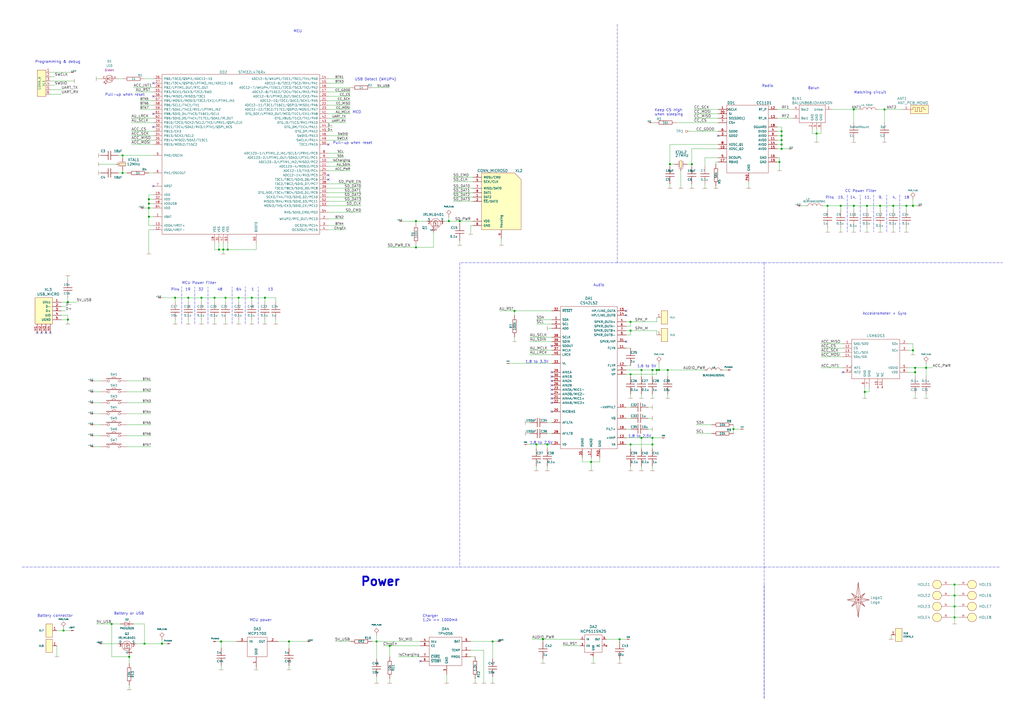
<source format=kicad_sch>
(kicad_sch (version 20201015) (generator eeschema)
  (paper "A2")
  (junction (at 36.83 365.76) (diameter 1.016))
  (junction (at 39.37 175.26) (diameter 1.016))
  (junction (at 39.37 185.42) (diameter 1.016))
  (junction (at 64.77 361.95) (diameter 1.016))
  (junction (at 71.12 90.17) (diameter 1.016))
  (junction (at 71.12 100.33) (diameter 1.016))
  (junction (at 74.93 381) (diameter 1.016))
  (junction (at 83.82 373.38) (diameter 1.016))
  (junction (at 86.36 115.57) (diameter 1.016))
  (junction (at 86.36 118.11) (diameter 1.016))
  (junction (at 86.36 120.65) (diameter 1.016))
  (junction (at 86.36 125.73) (diameter 1.016))
  (junction (at 93.98 373.38) (diameter 1.016))
  (junction (at 101.6 172.72) (diameter 1.016))
  (junction (at 109.22 172.72) (diameter 1.016))
  (junction (at 116.84 172.72) (diameter 1.016))
  (junction (at 124.46 172.72) (diameter 1.016))
  (junction (at 127 144.78) (diameter 1.016))
  (junction (at 128.27 372.11) (diameter 1.016))
  (junction (at 129.54 144.78) (diameter 1.016))
  (junction (at 130.81 172.72) (diameter 1.016))
  (junction (at 132.08 144.78) (diameter 1.016))
  (junction (at 138.43 172.72) (diameter 1.016))
  (junction (at 146.05 172.72) (diameter 1.016))
  (junction (at 153.67 172.72) (diameter 1.016))
  (junction (at 167.64 372.11) (diameter 1.016))
  (junction (at 218.44 372.11) (diameter 1.016))
  (junction (at 226.06 374.65) (diameter 1.016))
  (junction (at 241.3 128.27) (diameter 1.016))
  (junction (at 241.3 143.51) (diameter 1.016))
  (junction (at 260.35 128.27) (diameter 1.016))
  (junction (at 266.7 128.27) (diameter 1.016))
  (junction (at 285.75 372.11) (diameter 1.016))
  (junction (at 298.45 180.34) (diameter 1.016))
  (junction (at 311.15 257.81) (diameter 1.016))
  (junction (at 314.96 370.84) (diameter 1.016))
  (junction (at 317.5 257.81) (diameter 1.016))
  (junction (at 342.9 267.97) (diameter 1.016))
  (junction (at 359.41 370.84) (diameter 1.016))
  (junction (at 365.76 186.69) (diameter 1.016))
  (junction (at 365.76 191.77) (diameter 1.016))
  (junction (at 365.76 217.17) (diameter 1.016))
  (junction (at 365.76 257.81) (diameter 1.016))
  (junction (at 372.11 214.63) (diameter 1.016))
  (junction (at 372.11 254) (diameter 1.016))
  (junction (at 378.46 214.63) (diameter 1.016))
  (junction (at 378.46 254) (diameter 1.016))
  (junction (at 378.46 257.81) (diameter 1.016))
  (junction (at 381 214.63) (diameter 1.016))
  (junction (at 382.27 214.63) (diameter 1.016))
  (junction (at 387.35 214.63) (diameter 1.016))
  (junction (at 388.62 95.25) (diameter 1.016))
  (junction (at 401.32 95.25) (diameter 1.016))
  (junction (at 425.45 248.92) (diameter 1.016))
  (junction (at 452.12 93.98) (diameter 1.016))
  (junction (at 453.39 76.2) (diameter 1.016))
  (junction (at 453.39 78.74) (diameter 1.016))
  (junction (at 453.39 81.28) (diameter 1.016))
  (junction (at 453.39 83.82) (diameter 1.016))
  (junction (at 453.39 86.36) (diameter 1.016))
  (junction (at 473.71 77.47) (diameter 1.016))
  (junction (at 480.06 119.38) (diameter 1.016))
  (junction (at 487.68 119.38) (diameter 1.016))
  (junction (at 495.3 63.5) (diameter 1.016))
  (junction (at 495.3 119.38) (diameter 1.016))
  (junction (at 501.65 227.33) (diameter 1.016))
  (junction (at 502.92 119.38) (diameter 1.016))
  (junction (at 510.54 119.38) (diameter 1.016))
  (junction (at 513.08 63.5) (diameter 1.016))
  (junction (at 518.16 119.38) (diameter 1.016))
  (junction (at 525.78 119.38) (diameter 1.016))
  (junction (at 529.59 119.38) (diameter 1.016))
  (junction (at 529.59 203.2) (diameter 1.016))
  (junction (at 530.86 213.36) (diameter 1.016))
  (junction (at 530.86 215.9) (diameter 1.016))
  (junction (at 537.21 213.36) (diameter 1.016))
  (junction (at 553.72 339.09) (diameter 1.016))
  (junction (at 553.72 345.44) (diameter 1.016))
  (junction (at 553.72 351.79) (diameter 1.016))
  (junction (at 553.72 358.14) (diameter 1.016))
  (no_connect (at 243.84 383.54))
  (no_connect (at 320.04 200.66))
  (no_connect (at 320.04 215.9))
  (no_connect (at 320.04 231.14))
  (no_connect (at 320.04 228.6))
  (no_connect (at 320.04 233.68))
  (no_connect (at 29.21 193.04))
  (no_connect (at 320.04 220.98))
  (no_connect (at 21.59 193.04))
  (no_connect (at 320.04 238.76))
  (no_connect (at 488.95 215.9))
  (no_connect (at 88.9 48.26))
  (no_connect (at 190.5 104.14))
  (no_connect (at 88.9 73.66))
  (no_connect (at 320.04 226.06))
  (no_connect (at 190.5 101.6))
  (no_connect (at 88.9 55.88))
  (no_connect (at 190.5 83.82))
  (no_connect (at 320.04 218.44))
  (no_connect (at 26.67 193.04))
  (no_connect (at 416.56 78.74))
  (no_connect (at 363.22 198.12))
  (no_connect (at 88.9 66.04))
  (no_connect (at 363.22 182.88))
  (no_connect (at 363.22 180.34))
  (no_connect (at 320.04 223.52))
  (no_connect (at 88.9 107.95))
  (no_connect (at 24.13 193.04))
  (wire (pts (xy 29.21 41.91) (xy 40.64 41.91)))
  (wire (pts (xy 29.21 46.99) (xy 43.18 46.99)))
  (wire (pts (xy 29.21 49.53) (xy 31.75 49.53)))
  (wire (pts (xy 29.21 54.61) (xy 35.56 54.61)))
  (wire (pts (xy 31.75 44.45) (xy 29.21 44.45)))
  (wire (pts (xy 33.02 374.65) (xy 33.02 381)))
  (wire (pts (xy 35.56 52.07) (xy 29.21 52.07)))
  (wire (pts (xy 35.56 175.26) (xy 39.37 175.26)))
  (wire (pts (xy 35.56 177.8) (xy 38.1 177.8)))
  (wire (pts (xy 35.56 182.88) (xy 39.37 182.88)))
  (wire (pts (xy 36.83 364.49) (xy 36.83 365.76)))
  (wire (pts (xy 36.83 365.76) (xy 33.02 365.76)))
  (wire (pts (xy 38.1 180.34) (xy 35.56 180.34)))
  (wire (pts (xy 39.37 162.56) (xy 39.37 160.02)))
  (wire (pts (xy 39.37 172.72) (xy 39.37 175.26)))
  (wire (pts (xy 39.37 175.26) (xy 44.45 175.26)))
  (wire (pts (xy 39.37 182.88) (xy 39.37 185.42)))
  (wire (pts (xy 39.37 185.42) (xy 35.56 185.42)))
  (wire (pts (xy 39.37 185.42) (xy 39.37 187.96)))
  (wire (pts (xy 40.64 365.76) (xy 36.83 365.76)))
  (wire (pts (xy 54.61 220.98) (xy 58.42 220.98)))
  (wire (pts (xy 54.61 227.33) (xy 58.42 227.33)))
  (wire (pts (xy 54.61 233.68) (xy 58.42 233.68)))
  (wire (pts (xy 54.61 240.03) (xy 58.42 240.03)))
  (wire (pts (xy 54.61 246.38) (xy 58.42 246.38)))
  (wire (pts (xy 54.61 252.73) (xy 58.42 252.73)))
  (wire (pts (xy 54.61 259.08) (xy 58.42 259.08)))
  (wire (pts (xy 55.88 45.72) (xy 58.42 45.72)))
  (wire (pts (xy 55.88 361.95) (xy 64.77 361.95)))
  (wire (pts (xy 57.15 90.17) (xy 58.42 90.17)))
  (wire (pts (xy 57.15 95.25) (xy 67.31 95.25)))
  (wire (pts (xy 58.42 100.33) (xy 57.15 100.33)))
  (wire (pts (xy 64.77 361.95) (xy 64.77 381)))
  (wire (pts (xy 64.77 361.95) (xy 69.85 361.95)))
  (wire (pts (xy 64.77 381) (xy 74.93 381)))
  (wire (pts (xy 68.58 45.72) (xy 71.12 45.72)))
  (wire (pts (xy 68.58 90.17) (xy 71.12 90.17)))
  (wire (pts (xy 68.58 100.33) (xy 71.12 100.33)))
  (wire (pts (xy 68.58 373.38) (xy 59.69 373.38)))
  (wire (pts (xy 71.12 90.17) (xy 88.9 90.17)))
  (wire (pts (xy 71.12 91.44) (xy 71.12 90.17)))
  (wire (pts (xy 71.12 100.33) (xy 71.12 99.06)))
  (wire (pts (xy 71.12 100.33) (xy 73.66 100.33)))
  (wire (pts (xy 73.66 220.98) (xy 87.63 220.98)))
  (wire (pts (xy 73.66 227.33) (xy 87.63 227.33)))
  (wire (pts (xy 73.66 233.68) (xy 87.63 233.68)))
  (wire (pts (xy 73.66 240.03) (xy 87.63 240.03)))
  (wire (pts (xy 73.66 246.38) (xy 87.63 246.38)))
  (wire (pts (xy 73.66 252.73) (xy 87.63 252.73)))
  (wire (pts (xy 73.66 259.08) (xy 87.63 259.08)))
  (wire (pts (xy 74.93 379.73) (xy 74.93 381)))
  (wire (pts (xy 74.93 381) (xy 74.93 384.81)))
  (wire (pts (xy 74.93 397.51) (xy 74.93 400.05)))
  (wire (pts (xy 76.2 71.12) (xy 88.9 71.12)))
  (wire (pts (xy 76.2 76.2) (xy 88.9 76.2)))
  (wire (pts (xy 76.2 78.74) (xy 88.9 78.74)))
  (wire (pts (xy 76.2 81.28) (xy 88.9 81.28)))
  (wire (pts (xy 77.47 50.8) (xy 88.9 50.8)))
  (wire (pts (xy 77.47 361.95) (xy 83.82 361.95)))
  (wire (pts (xy 78.74 53.34) (xy 88.9 53.34)))
  (wire (pts (xy 78.74 373.38) (xy 83.82 373.38)))
  (wire (pts (xy 81.28 58.42) (xy 88.9 58.42)))
  (wire (pts (xy 81.28 60.96) (xy 88.9 60.96)))
  (wire (pts (xy 81.28 63.5) (xy 88.9 63.5)))
  (wire (pts (xy 83.82 45.72) (xy 88.9 45.72)))
  (wire (pts (xy 83.82 120.65) (xy 86.36 120.65)))
  (wire (pts (xy 83.82 361.95) (xy 83.82 373.38)))
  (wire (pts (xy 83.82 373.38) (xy 93.98 373.38)))
  (wire (pts (xy 86.36 100.33) (xy 88.9 100.33)))
  (wire (pts (xy 86.36 113.03) (xy 86.36 115.57)))
  (wire (pts (xy 86.36 115.57) (xy 86.36 118.11)))
  (wire (pts (xy 86.36 118.11) (xy 86.36 120.65)))
  (wire (pts (xy 86.36 118.11) (xy 88.9 118.11)))
  (wire (pts (xy 86.36 120.65) (xy 86.36 125.73)))
  (wire (pts (xy 86.36 120.65) (xy 88.9 120.65)))
  (wire (pts (xy 86.36 125.73) (xy 86.36 130.81)))
  (wire (pts (xy 86.36 125.73) (xy 88.9 125.73)))
  (wire (pts (xy 86.36 130.81) (xy 88.9 130.81)))
  (wire (pts (xy 86.36 133.35) (xy 88.9 133.35)))
  (wire (pts (xy 86.36 147.32) (xy 86.36 133.35)))
  (wire (pts (xy 88.9 68.58) (xy 76.2 68.58)))
  (wire (pts (xy 88.9 83.82) (xy 76.2 83.82)))
  (wire (pts (xy 88.9 113.03) (xy 86.36 113.03)))
  (wire (pts (xy 88.9 115.57) (xy 86.36 115.57)))
  (wire (pts (xy 93.98 373.38) (xy 93.98 370.84)))
  (wire (pts (xy 93.98 373.38) (xy 96.52 373.38)))
  (wire (pts (xy 101.6 172.72) (xy 93.98 172.72)))
  (wire (pts (xy 101.6 175.26) (xy 101.6 172.72)))
  (wire (pts (xy 101.6 185.42) (xy 101.6 187.96)))
  (wire (pts (xy 109.22 172.72) (xy 101.6 172.72)))
  (wire (pts (xy 109.22 172.72) (xy 109.22 175.26)))
  (wire (pts (xy 109.22 185.42) (xy 109.22 187.96)))
  (wire (pts (xy 116.84 172.72) (xy 109.22 172.72)))
  (wire (pts (xy 116.84 172.72) (xy 116.84 175.26)))
  (wire (pts (xy 116.84 185.42) (xy 116.84 187.96)))
  (wire (pts (xy 124.46 140.97) (xy 124.46 144.78)))
  (wire (pts (xy 124.46 144.78) (xy 127 144.78)))
  (wire (pts (xy 124.46 172.72) (xy 116.84 172.72)))
  (wire (pts (xy 124.46 172.72) (xy 124.46 175.26)))
  (wire (pts (xy 124.46 185.42) (xy 124.46 187.96)))
  (wire (pts (xy 125.73 372.11) (xy 128.27 372.11)))
  (wire (pts (xy 127 140.97) (xy 127 144.78)))
  (wire (pts (xy 127 144.78) (xy 129.54 144.78)))
  (wire (pts (xy 128.27 372.11) (xy 128.27 375.92)))
  (wire (pts (xy 128.27 372.11) (xy 137.16 372.11)))
  (wire (pts (xy 128.27 386.08) (xy 128.27 388.62)))
  (wire (pts (xy 129.54 140.97) (xy 129.54 144.78)))
  (wire (pts (xy 129.54 144.78) (xy 129.54 147.32)))
  (wire (pts (xy 129.54 144.78) (xy 132.08 144.78)))
  (wire (pts (xy 130.81 172.72) (xy 124.46 172.72)))
  (wire (pts (xy 130.81 172.72) (xy 130.81 175.26)))
  (wire (pts (xy 130.81 185.42) (xy 130.81 187.96)))
  (wire (pts (xy 132.08 144.78) (xy 132.08 140.97)))
  (wire (pts (xy 132.08 144.78) (xy 148.59 144.78)))
  (wire (pts (xy 138.43 172.72) (xy 130.81 172.72)))
  (wire (pts (xy 138.43 172.72) (xy 138.43 175.26)))
  (wire (pts (xy 138.43 172.72) (xy 146.05 172.72)))
  (wire (pts (xy 138.43 185.42) (xy 138.43 187.96)))
  (wire (pts (xy 146.05 172.72) (xy 146.05 175.26)))
  (wire (pts (xy 146.05 172.72) (xy 153.67 172.72)))
  (wire (pts (xy 146.05 185.42) (xy 146.05 187.96)))
  (wire (pts (xy 148.59 144.78) (xy 148.59 140.97)))
  (wire (pts (xy 148.59 388.62) (xy 148.59 387.35)))
  (wire (pts (xy 153.67 172.72) (xy 153.67 175.26)))
  (wire (pts (xy 153.67 185.42) (xy 153.67 187.96)))
  (wire (pts (xy 160.02 172.72) (xy 153.67 172.72)))
  (wire (pts (xy 160.02 172.72) (xy 160.02 175.26)))
  (wire (pts (xy 160.02 185.42) (xy 160.02 187.96)))
  (wire (pts (xy 161.29 372.11) (xy 167.64 372.11)))
  (wire (pts (xy 167.64 372.11) (xy 167.64 375.92)))
  (wire (pts (xy 167.64 372.11) (xy 177.8 372.11)))
  (wire (pts (xy 167.64 386.08) (xy 167.64 388.62)))
  (wire (pts (xy 190.5 45.72) (xy 199.39 45.72)))
  (wire (pts (xy 190.5 48.26) (xy 199.39 48.26)))
  (wire (pts (xy 190.5 50.8) (xy 203.2 50.8)))
  (wire (pts (xy 190.5 53.34) (xy 203.2 53.34)))
  (wire (pts (xy 190.5 55.88) (xy 203.2 55.88)))
  (wire (pts (xy 190.5 58.42) (xy 203.2 58.42)))
  (wire (pts (xy 190.5 60.96) (xy 203.2 60.96)))
  (wire (pts (xy 190.5 63.5) (xy 203.2 63.5)))
  (wire (pts (xy 190.5 71.12) (xy 200.66 71.12)))
  (wire (pts (xy 190.5 73.66) (xy 193.04 73.66)))
  (wire (pts (xy 190.5 81.28) (xy 201.93 81.28)))
  (wire (pts (xy 190.5 106.68) (xy 209.55 106.68)))
  (wire (pts (xy 190.5 109.22) (xy 209.55 109.22)))
  (wire (pts (xy 190.5 111.76) (xy 209.55 111.76)))
  (wire (pts (xy 190.5 114.3) (xy 209.55 114.3)))
  (wire (pts (xy 190.5 116.84) (xy 209.55 116.84)))
  (wire (pts (xy 190.5 119.38) (xy 209.55 119.38)))
  (wire (pts (xy 190.5 123.19) (xy 209.55 123.19)))
  (wire (pts (xy 190.5 127) (xy 199.39 127)))
  (wire (pts (xy 190.5 130.81) (xy 199.39 130.81)))
  (wire (pts (xy 193.04 76.2) (xy 190.5 76.2)))
  (wire (pts (xy 194.31 372.11) (xy 203.2 372.11)))
  (wire (pts (xy 199.39 88.9) (xy 190.5 88.9)))
  (wire (pts (xy 199.39 91.44) (xy 190.5 91.44)))
  (wire (pts (xy 200.66 68.58) (xy 190.5 68.58)))
  (wire (pts (xy 200.66 133.35) (xy 190.5 133.35)))
  (wire (pts (xy 201.93 78.74) (xy 190.5 78.74)))
  (wire (pts (xy 203.2 66.04) (xy 190.5 66.04)))
  (wire (pts (xy 203.2 93.98) (xy 190.5 93.98)))
  (wire (pts (xy 203.2 96.52) (xy 190.5 96.52)))
  (wire (pts (xy 203.2 99.06) (xy 190.5 99.06)))
  (wire (pts (xy 215.9 372.11) (xy 218.44 372.11)))
  (wire (pts (xy 218.44 368.3) (xy 218.44 372.11)))
  (wire (pts (xy 218.44 372.11) (xy 218.44 382.27)))
  (wire (pts (xy 218.44 372.11) (xy 243.84 372.11)))
  (wire (pts (xy 218.44 396.24) (xy 218.44 392.43)))
  (wire (pts (xy 222.25 374.65) (xy 226.06 374.65)))
  (wire (pts (xy 226.06 50.8) (xy 215.9 50.8)))
  (wire (pts (xy 226.06 374.65) (xy 243.84 374.65)))
  (wire (pts (xy 226.06 381) (xy 226.06 374.65)))
  (wire (pts (xy 226.06 393.7) (xy 226.06 396.24)))
  (wire (pts (xy 231.14 381) (xy 243.84 381)))
  (wire (pts (xy 233.68 128.27) (xy 241.3 128.27)))
  (wire (pts (xy 241.3 128.27) (xy 247.65 128.27)))
  (wire (pts (xy 241.3 129.54) (xy 241.3 128.27)))
  (wire (pts (xy 241.3 142.24) (xy 241.3 143.51)))
  (wire (pts (xy 241.3 143.51) (xy 224.79 143.51)))
  (wire (pts (xy 251.46 134.62) (xy 251.46 143.51)))
  (wire (pts (xy 251.46 143.51) (xy 241.3 143.51)))
  (wire (pts (xy 257.81 128.27) (xy 260.35 128.27)))
  (wire (pts (xy 259.08 391.16) (xy 259.08 396.24)))
  (wire (pts (xy 260.35 125.73) (xy 260.35 128.27)))
  (wire (pts (xy 260.35 128.27) (xy 266.7 128.27)))
  (wire (pts (xy 262.89 102.87) (xy 274.32 102.87)))
  (wire (pts (xy 262.89 105.41) (xy 274.32 105.41)))
  (wire (pts (xy 262.89 109.22) (xy 274.32 109.22)))
  (wire (pts (xy 262.89 111.76) (xy 274.32 111.76)))
  (wire (pts (xy 262.89 114.3) (xy 274.32 114.3)))
  (wire (pts (xy 262.89 116.84) (xy 274.32 116.84)))
  (wire (pts (xy 266.7 128.27) (xy 266.7 129.54)))
  (wire (pts (xy 266.7 128.27) (xy 274.32 128.27)))
  (wire (pts (xy 266.7 139.7) (xy 266.7 142.24)))
  (wire (pts (xy 273.05 130.81) (xy 274.32 130.81)))
  (wire (pts (xy 273.05 135.89) (xy 273.05 130.81)))
  (wire (pts (xy 273.05 372.11) (xy 285.75 372.11)))
  (wire (pts (xy 273.05 381) (xy 275.59 381)))
  (wire (pts (xy 275.59 396.24) (xy 275.59 393.7)))
  (wire (pts (xy 280.67 377.19) (xy 273.05 377.19)))
  (wire (pts (xy 280.67 377.19) (xy 280.67 396.24)))
  (wire (pts (xy 285.75 372.11) (xy 288.29 372.11)))
  (wire (pts (xy 285.75 382.27) (xy 285.75 372.11)))
  (wire (pts (xy 285.75 396.24) (xy 285.75 392.43)))
  (wire (pts (xy 289.56 180.34) (xy 298.45 180.34)))
  (wire (pts (xy 290.83 138.43) (xy 290.83 142.24)))
  (wire (pts (xy 295.91 210.82) (xy 320.04 210.82)))
  (wire (pts (xy 298.45 180.34) (xy 320.04 180.34)))
  (wire (pts (xy 298.45 182.88) (xy 298.45 180.34)))
  (wire (pts (xy 298.45 198.12) (xy 298.45 195.58)))
  (wire (pts (xy 304.8 245.11) (xy 307.34 245.11)))
  (wire (pts (xy 304.8 251.46) (xy 307.34 251.46)))
  (wire (pts (xy 306.07 257.81) (xy 311.15 257.81)))
  (wire (pts (xy 307.34 195.58) (xy 320.04 195.58)))
  (wire (pts (xy 307.34 198.12) (xy 320.04 198.12)))
  (wire (pts (xy 307.34 203.2) (xy 320.04 203.2)))
  (wire (pts (xy 307.34 205.74) (xy 320.04 205.74)))
  (wire (pts (xy 308.61 370.84) (xy 314.96 370.84)))
  (wire (pts (xy 311.15 185.42) (xy 320.04 185.42)))
  (wire (pts (xy 311.15 187.96) (xy 320.04 187.96)))
  (wire (pts (xy 311.15 257.81) (xy 311.15 260.35)))
  (wire (pts (xy 311.15 257.81) (xy 317.5 257.81)))
  (wire (pts (xy 311.15 273.05) (xy 311.15 270.51)))
  (wire (pts (xy 314.96 370.84) (xy 336.55 370.84)))
  (wire (pts (xy 314.96 372.11) (xy 314.96 370.84)))
  (wire (pts (xy 314.96 382.27) (xy 314.96 384.81)))
  (wire (pts (xy 317.5 190.5) (xy 320.04 190.5)))
  (wire (pts (xy 317.5 245.11) (xy 320.04 245.11)))
  (wire (pts (xy 317.5 251.46) (xy 320.04 251.46)))
  (wire (pts (xy 317.5 257.81) (xy 317.5 260.35)))
  (wire (pts (xy 317.5 257.81) (xy 320.04 257.81)))
  (wire (pts (xy 317.5 273.05) (xy 317.5 270.51)))
  (wire (pts (xy 326.39 374.65) (xy 336.55 374.65)))
  (wire (pts (xy 337.82 265.43) (xy 337.82 267.97)))
  (wire (pts (xy 337.82 267.97) (xy 342.9 267.97)))
  (wire (pts (xy 342.9 265.43) (xy 342.9 267.97)))
  (wire (pts (xy 342.9 267.97) (xy 342.9 273.05)))
  (wire (pts (xy 342.9 267.97) (xy 347.98 267.97)))
  (wire (pts (xy 344.17 381) (xy 344.17 384.81)))
  (wire (pts (xy 347.98 267.97) (xy 347.98 265.43)))
  (wire (pts (xy 351.79 370.84) (xy 359.41 370.84)))
  (wire (pts (xy 359.41 370.84) (xy 359.41 372.11)))
  (wire (pts (xy 359.41 370.84) (xy 363.22 370.84)))
  (wire (pts (xy 359.41 382.27) (xy 359.41 384.81)))
  (wire (pts (xy 363.22 186.69) (xy 365.76 186.69)))
  (wire (pts (xy 363.22 189.23) (xy 365.76 189.23)))
  (wire (pts (xy 363.22 191.77) (xy 365.76 191.77)))
  (wire (pts (xy 363.22 194.31) (xy 365.76 194.31)))
  (wire (pts (xy 363.22 201.93) (xy 365.76 201.93)))
  (wire (pts (xy 363.22 212.09) (xy 365.76 212.09)))
  (wire (pts (xy 363.22 214.63) (xy 372.11 214.63)))
  (wire (pts (xy 363.22 217.17) (xy 365.76 217.17)))
  (wire (pts (xy 363.22 254) (xy 372.11 254)))
  (wire (pts (xy 363.22 257.81) (xy 365.76 257.81)))
  (wire (pts (xy 365.76 186.69) (xy 381 186.69)))
  (wire (pts (xy 365.76 189.23) (xy 365.76 186.69)))
  (wire (pts (xy 365.76 191.77) (xy 381 191.77)))
  (wire (pts (xy 365.76 194.31) (xy 365.76 191.77)))
  (wire (pts (xy 365.76 217.17) (xy 365.76 218.44)))
  (wire (pts (xy 365.76 217.17) (xy 381 217.17)))
  (wire (pts (xy 365.76 231.14) (xy 365.76 228.6)))
  (wire (pts (xy 365.76 236.22) (xy 363.22 236.22)))
  (wire (pts (xy 365.76 242.57) (xy 363.22 242.57)))
  (wire (pts (xy 365.76 248.92) (xy 363.22 248.92)))
  (wire (pts (xy 365.76 257.81) (xy 365.76 260.35)))
  (wire (pts (xy 365.76 257.81) (xy 378.46 257.81)))
  (wire (pts (xy 365.76 273.05) (xy 365.76 270.51)))
  (wire (pts (xy 372.11 214.63) (xy 372.11 218.44)))
  (wire (pts (xy 372.11 214.63) (xy 378.46 214.63)))
  (wire (pts (xy 372.11 231.14) (xy 372.11 228.6)))
  (wire (pts (xy 372.11 254) (xy 372.11 260.35)))
  (wire (pts (xy 372.11 254) (xy 378.46 254)))
  (wire (pts (xy 372.11 273.05) (xy 372.11 270.51)))
  (wire (pts (xy 378.46 71.12) (xy 379.73 71.12)))
  (wire (pts (xy 378.46 214.63) (xy 378.46 218.44)))
  (wire (pts (xy 378.46 214.63) (xy 381 214.63)))
  (wire (pts (xy 378.46 231.14) (xy 378.46 228.6)))
  (wire (pts (xy 378.46 236.22) (xy 375.92 236.22)))
  (wire (pts (xy 378.46 242.57) (xy 375.92 242.57)))
  (wire (pts (xy 378.46 248.92) (xy 375.92 248.92)))
  (wire (pts (xy 378.46 254) (xy 378.46 257.81)))
  (wire (pts (xy 378.46 254) (xy 383.54 254)))
  (wire (pts (xy 378.46 257.81) (xy 378.46 260.35)))
  (wire (pts (xy 378.46 273.05) (xy 378.46 270.51)))
  (wire (pts (xy 381 186.69) (xy 381 184.15)))
  (wire (pts (xy 381 191.77) (xy 381 194.31)))
  (wire (pts (xy 381 214.63) (xy 382.27 214.63)))
  (wire (pts (xy 381 217.17) (xy 381 214.63)))
  (wire (pts (xy 382.27 210.82) (xy 382.27 214.63)))
  (wire (pts (xy 382.27 214.63) (xy 387.35 214.63)))
  (wire (pts (xy 387.35 214.63) (xy 408.94 214.63)))
  (wire (pts (xy 387.35 218.44) (xy 387.35 214.63)))
  (wire (pts (xy 387.35 231.14) (xy 387.35 228.6)))
  (wire (pts (xy 388.62 83.82) (xy 388.62 95.25)))
  (wire (pts (xy 388.62 95.25) (xy 388.62 96.52)))
  (wire (pts (xy 388.62 106.68) (xy 388.62 109.22)))
  (wire (pts (xy 391.16 95.25) (xy 388.62 95.25)))
  (wire (pts (xy 392.43 71.12) (xy 416.56 71.12)))
  (wire (pts (xy 394.97 99.06) (xy 394.97 109.22)))
  (wire (pts (xy 398.78 95.25) (xy 401.32 95.25)))
  (wire (pts (xy 400.05 76.2) (xy 416.56 76.2)))
  (wire (pts (xy 401.32 86.36) (xy 416.56 86.36)))
  (wire (pts (xy 401.32 95.25) (xy 401.32 86.36)))
  (wire (pts (xy 401.32 96.52) (xy 401.32 95.25)))
  (wire (pts (xy 401.32 106.68) (xy 401.32 109.22)))
  (wire (pts (xy 402.59 63.5) (xy 416.56 63.5)))
  (wire (pts (xy 402.59 66.04) (xy 416.56 66.04)))
  (wire (pts (xy 402.59 68.58) (xy 416.56 68.58)))
  (wire (pts (xy 403.86 246.38) (xy 412.75 246.38)))
  (wire (pts (xy 403.86 251.46) (xy 412.75 251.46)))
  (wire (pts (xy 408.94 91.44) (xy 408.94 96.52)))
  (wire (pts (xy 408.94 106.68) (xy 408.94 109.22)))
  (wire (pts (xy 415.29 93.98) (xy 416.56 93.98)))
  (wire (pts (xy 415.29 95.25) (xy 415.29 93.98)))
  (wire (pts (xy 415.29 107.95) (xy 415.29 109.22)))
  (wire (pts (xy 416.56 83.82) (xy 388.62 83.82)))
  (wire (pts (xy 416.56 91.44) (xy 408.94 91.44)))
  (wire (pts (xy 421.64 214.63) (xy 419.1 214.63)))
  (wire (pts (xy 425.45 246.38) (xy 425.45 248.92)))
  (wire (pts (xy 425.45 248.92) (xy 425.45 251.46)))
  (wire (pts (xy 425.45 248.92) (xy 429.26 248.92)))
  (wire (pts (xy 434.34 105.41) (xy 434.34 109.22)))
  (wire (pts (xy 450.85 63.5) (xy 459.74 63.5)))
  (wire (pts (xy 450.85 73.66) (xy 453.39 73.66)))
  (wire (pts (xy 450.85 76.2) (xy 453.39 76.2)))
  (wire (pts (xy 450.85 78.74) (xy 453.39 78.74)))
  (wire (pts (xy 450.85 81.28) (xy 453.39 81.28)))
  (wire (pts (xy 450.85 83.82) (xy 453.39 83.82)))
  (wire (pts (xy 450.85 86.36) (xy 453.39 86.36)))
  (wire (pts (xy 450.85 93.98) (xy 452.12 93.98)))
  (wire (pts (xy 452.12 91.44) (xy 450.85 91.44)))
  (wire (pts (xy 452.12 93.98) (xy 452.12 91.44)))
  (wire (pts (xy 452.12 99.06) (xy 452.12 93.98)))
  (wire (pts (xy 453.39 73.66) (xy 453.39 76.2)))
  (wire (pts (xy 453.39 76.2) (xy 453.39 78.74)))
  (wire (pts (xy 453.39 78.74) (xy 453.39 81.28)))
  (wire (pts (xy 453.39 81.28) (xy 453.39 83.82)))
  (wire (pts (xy 453.39 83.82) (xy 453.39 86.36)))
  (wire (pts (xy 453.39 86.36) (xy 457.2 86.36)))
  (wire (pts (xy 459.74 68.58) (xy 450.85 68.58)))
  (wire (pts (xy 464.82 119.38) (xy 467.36 119.38)))
  (wire (pts (xy 471.17 74.93) (xy 471.17 77.47)))
  (wire (pts (xy 471.17 77.47) (xy 473.71 77.47)))
  (wire (pts (xy 473.71 74.93) (xy 473.71 77.47)))
  (wire (pts (xy 473.71 77.47) (xy 473.71 82.55)))
  (wire (pts (xy 473.71 77.47) (xy 476.25 77.47)))
  (wire (pts (xy 476.25 77.47) (xy 476.25 74.93)))
  (wire (pts (xy 476.25 199.39) (xy 488.95 199.39)))
  (wire (pts (xy 476.25 201.93) (xy 488.95 201.93)))
  (wire (pts (xy 476.25 204.47) (xy 488.95 204.47)))
  (wire (pts (xy 476.25 213.36) (xy 488.95 213.36)))
  (wire (pts (xy 477.52 119.38) (xy 480.06 119.38)))
  (wire (pts (xy 480.06 119.38) (xy 487.68 119.38)))
  (wire (pts (xy 480.06 121.92) (xy 480.06 119.38)))
  (wire (pts (xy 480.06 132.08) (xy 480.06 134.62)))
  (wire (pts (xy 482.6 63.5) (xy 495.3 63.5)))
  (wire (pts (xy 487.68 119.38) (xy 495.3 119.38)))
  (wire (pts (xy 487.68 121.92) (xy 487.68 119.38)))
  (wire (pts (xy 487.68 132.08) (xy 487.68 134.62)))
  (wire (pts (xy 488.95 207.01) (xy 476.25 207.01)))
  (wire (pts (xy 495.3 63.5) (xy 495.3 71.12)))
  (wire (pts (xy 495.3 63.5) (xy 499.11 63.5)))
  (wire (pts (xy 495.3 81.28) (xy 495.3 82.55)))
  (wire (pts (xy 495.3 119.38) (xy 502.92 119.38)))
  (wire (pts (xy 495.3 121.92) (xy 495.3 119.38)))
  (wire (pts (xy 495.3 132.08) (xy 495.3 134.62)))
  (wire (pts (xy 501.65 224.79) (xy 501.65 227.33)))
  (wire (pts (xy 501.65 227.33) (xy 501.65 231.14)))
  (wire (pts (xy 502.92 119.38) (xy 510.54 119.38)))
  (wire (pts (xy 502.92 121.92) (xy 502.92 119.38)))
  (wire (pts (xy 502.92 132.08) (xy 502.92 134.62)))
  (wire (pts (xy 504.19 224.79) (xy 504.19 227.33)))
  (wire (pts (xy 504.19 227.33) (xy 501.65 227.33)))
  (wire (pts (xy 509.27 63.5) (xy 513.08 63.5)))
  (wire (pts (xy 510.54 119.38) (xy 518.16 119.38)))
  (wire (pts (xy 510.54 121.92) (xy 510.54 119.38)))
  (wire (pts (xy 510.54 132.08) (xy 510.54 134.62)))
  (wire (pts (xy 513.08 63.5) (xy 513.08 71.12)))
  (wire (pts (xy 513.08 63.5) (xy 523.24 63.5)))
  (wire (pts (xy 513.08 81.28) (xy 513.08 82.55)))
  (wire (pts (xy 516.89 368.3) (xy 516.89 370.84)))
  (wire (pts (xy 518.16 119.38) (xy 525.78 119.38)))
  (wire (pts (xy 518.16 121.92) (xy 518.16 119.38)))
  (wire (pts (xy 518.16 132.08) (xy 518.16 134.62)))
  (wire (pts (xy 525.78 119.38) (xy 529.59 119.38)))
  (wire (pts (xy 525.78 121.92) (xy 525.78 119.38)))
  (wire (pts (xy 525.78 132.08) (xy 525.78 134.62)))
  (wire (pts (xy 527.05 203.2) (xy 529.59 203.2)))
  (wire (pts (xy 527.05 213.36) (xy 530.86 213.36)))
  (wire (pts (xy 527.05 215.9) (xy 530.86 215.9)))
  (wire (pts (xy 529.59 119.38) (xy 529.59 115.57)))
  (wire (pts (xy 529.59 119.38) (xy 532.13 119.38)))
  (wire (pts (xy 529.59 199.39) (xy 527.05 199.39)))
  (wire (pts (xy 529.59 199.39) (xy 529.59 203.2)))
  (wire (pts (xy 529.59 203.2) (xy 529.59 205.74)))
  (wire (pts (xy 530.86 213.36) (xy 530.86 215.9)))
  (wire (pts (xy 530.86 213.36) (xy 537.21 213.36)))
  (wire (pts (xy 530.86 215.9) (xy 530.86 218.44)))
  (wire (pts (xy 530.86 228.6) (xy 530.86 231.14)))
  (wire (pts (xy 537.21 210.82) (xy 537.21 213.36)))
  (wire (pts (xy 537.21 213.36) (xy 537.21 218.44)))
  (wire (pts (xy 537.21 213.36) (xy 541.02 213.36)))
  (wire (pts (xy 537.21 228.6) (xy 537.21 231.14)))
  (wire (pts (xy 551.18 339.09) (xy 553.72 339.09)))
  (wire (pts (xy 551.18 345.44) (xy 553.72 345.44)))
  (wire (pts (xy 551.18 351.79) (xy 553.72 351.79)))
  (wire (pts (xy 551.18 358.14) (xy 553.72 358.14)))
  (wire (pts (xy 553.72 339.09) (xy 553.72 345.44)))
  (wire (pts (xy 553.72 339.09) (xy 556.26 339.09)))
  (wire (pts (xy 553.72 345.44) (xy 553.72 351.79)))
  (wire (pts (xy 553.72 345.44) (xy 556.26 345.44)))
  (wire (pts (xy 553.72 351.79) (xy 553.72 358.14)))
  (wire (pts (xy 553.72 351.79) (xy 556.26 351.79)))
  (wire (pts (xy 553.72 358.14) (xy 553.72 361.95)))
  (wire (pts (xy 553.72 358.14) (xy 556.26 358.14)))
  (polyline (pts (xy 12.7 328.93) (xy 443.23 328.93)) (stroke (width 0) (type dash)))
  (polyline (pts (xy 105.41 187.96) (xy 105.41 166.37)) (stroke (width 0) (type dash)))
  (polyline (pts (xy 113.03 187.96) (xy 113.03 166.37)) (stroke (width 0) (type dash)))
  (polyline (pts (xy 120.65 187.96) (xy 120.65 166.37)) (stroke (width 0) (type dash)))
  (polyline (pts (xy 134.62 187.96) (xy 134.62 166.37)) (stroke (width 0) (type dash)))
  (polyline (pts (xy 142.24 187.96) (xy 142.24 166.37)) (stroke (width 0) (type dash)))
  (polyline (pts (xy 149.86 187.96) (xy 149.86 166.37)) (stroke (width 0) (type dash)))
  (polyline (pts (xy 266.7 152.4) (xy 266.7 328.93)) (stroke (width 0) (type dash)))
  (polyline (pts (xy 358.14 13.97) (xy 358.14 152.4)) (stroke (width 0) (type dash)))
  (polyline (pts (xy 358.14 152.4) (xy 266.7 152.4)) (stroke (width 0) (type dash)))
  (polyline (pts (xy 443.23 152.4) (xy 358.14 152.4)) (stroke (width 0) (type dash)))
  (polyline (pts (xy 443.23 152.4) (xy 443.23 405.13)) (stroke (width 0) (type dash)))
  (polyline (pts (xy 443.23 152.4) (xy 581.66 152.4)) (stroke (width 0) (type dash)))
  (polyline (pts (xy 443.23 328.93) (xy 580.39 328.93)) (stroke (width 0) (type dash)))
  (polyline (pts (xy 443.23 405.13) (xy 443.23 339.09)) (stroke (width 0) (type dash)))
  (polyline (pts (xy 491.49 113.03) (xy 491.49 134.62)) (stroke (width 0) (type dash)))
  (polyline (pts (xy 499.11 134.62) (xy 499.11 113.03)) (stroke (width 0) (type dash)))
  (polyline (pts (xy 506.73 113.03) (xy 506.73 134.62)) (stroke (width 0) (type dash)))
  (polyline (pts (xy 514.35 134.62) (xy 514.35 113.03)) (stroke (width 0) (type dash)))
  (polyline (pts (xy 521.97 113.03) (xy 521.97 134.62)) (stroke (width 0) (type dash)))
  (text "Programming & debug" (at 20.32 36.83 0) (effects (font (size 1.524 1.524)) (justify left bottom)))
  (text "Battery connector" (at 21.59 358.14 0) (effects (font (size 1.524 1.524)) (justify left bottom)))
  (text "Pull-up when reset" (at 60.96 55.88 0) (effects (font (size 1.524 1.524)) (justify left bottom)))
  (text "Battery or USB" (at 66.04 356.87 0) (effects (font (size 1.524 1.524)) (justify left bottom)))
  (text "Pins   19    32       48       64     1       13" (at 99.06 168.91 0) (effects (font (size 1.524 1.524)) (justify left bottom)))
  (text "MCU Power Filter" (at 105.41 165.1 0) (effects (font (size 1.524 1.524)) (justify left bottom)))
  (text "MCU power" (at 144.78 360.68 0) (effects (font (size 1.524 1.524)) (justify left bottom)))
  (text "MCU" (at 170.18 19.05 0) (effects (font (size 1.524 1.524)) (justify left bottom)))
  (text "Pull-up when reset" (at 193.04 83.82 0) (effects (font (size 1.524 1.524)) (justify left bottom)))
  (text "MCO" (at 204.47 66.04 0) (effects (font (size 1.524 1.524)) (justify left bottom)))
  (text "USB Detect (WKUP4)" (at 205.74 46.99 0) (effects (font (size 1.524 1.524)) (justify left bottom)))
  (text "Power" (at 232.41 340.36 180) (effects (font (size 5 5) (thickness 1) bold) (justify right bottom)))
  (text "Charger\n1.2k => 1000mA" (at 245.11 360.68 0) (effects (font (size 1.524 1.524)) (justify left bottom)))
  (text "1.8 to 3.3V" (at 304.8 210.82 0) (effects (font (size 1.524 1.524)) (justify left bottom)))
  (text "1.8 to 2.5V" (at 307.34 257.81 0) (effects (font (size 1.524 1.524)) (justify left bottom)))
  (text "Audio" (at 344.17 166.37 0) (effects (font (size 1.524 1.524)) (justify left bottom)))
  (text "1.8 to 2.5V" (at 364.49 254 0) (effects (font (size 1.524 1.524)) (justify left bottom)))
  (text "1.6 to 5V" (at 369.57 213.36 0) (effects (font (size 1.524 1.524)) (justify left bottom)))
  (text "Keep CS High\nwhen sleeping" (at 379.73 67.31 0) (effects (font (size 1.524 1.524)) (justify left bottom)))
  (text "Radio" (at 441.96 50.8 0) (effects (font (size 1.524 1.524)) (justify left bottom)))
  (text "Balun" (at 468.63 52.07 0) (effects (font (size 1.524 1.524)) (justify left bottom)))
  (text "Pins  15,   14,    11,    9,     4,    18" (at 478.79 115.57 0) (effects (font (size 1.524 1.524)) (justify left bottom)))
  (text "CC Power Filter" (at 490.22 111.76 0) (effects (font (size 1.524 1.524)) (justify left bottom)))
  (text "Matching circuit" (at 495.3 54.61 0) (effects (font (size 1.524 1.524)) (justify left bottom)))
  (text "Accelerometer + Gyro" (at 500.38 182.88 0) (effects (font (size 1.524 1.524)) (justify left bottom)))
  (label "SWCLK" (at 31.75 44.45 0) (effects (font (size 1.524 1.524))))
  (label "SWDIO" (at 31.75 49.53 0) (effects (font (size 1.524 1.524))))
  (label "UART_TX" (at 35.56 52.07 0) (effects (font (size 1.524 1.524))))
  (label "UART_RX" (at 35.56 54.61 0) (effects (font (size 1.524 1.524))))
  (label "D-" (at 38.1 177.8 0) (effects (font (size 1.524 1.524))))
  (label "D+" (at 38.1 180.34 0) (effects (font (size 1.524 1.524))))
  (label "5V_USB" (at 44.45 175.26 0) (effects (font (size 1.524 1.524))))
  (label "5V_USB" (at 55.88 361.95 0) (effects (font (size 1.524 1.524))))
  (label "AU_LRCK" (at 76.2 68.58 0) (effects (font (size 1.524 1.524))))
  (label "AU_SCLK" (at 76.2 71.12 0) (effects (font (size 1.524 1.524))))
  (label "ACC_CS" (at 76.2 76.2 0) (effects (font (size 1.524 1.524))))
  (label "ACC_SCK" (at 76.2 78.74 0) (effects (font (size 1.524 1.524))))
  (label "ACC_MISO" (at 76.2 81.28 0) (effects (font (size 1.524 1.524))))
  (label "ACC_MOSI" (at 76.2 83.82 0) (effects (font (size 1.524 1.524))))
  (label "ACC_INT1" (at 77.47 50.8 0) (effects (font (size 1.524 1.524))))
  (label "AU_RST" (at 78.74 53.34 0) (effects (font (size 1.524 1.524))))
  (label "BTN5" (at 81.28 58.42 0))
  (label "BTN6" (at 81.28 60.96 0))
  (label "BTN7" (at 81.28 63.5 0))
  (label "BTN1" (at 87.63 220.98 180))
  (label "BTN2" (at 87.63 227.33 180))
  (label "BTN3" (at 87.63 233.68 180))
  (label "BTN4" (at 87.63 240.03 180))
  (label "BTN5" (at 87.63 246.38 180))
  (label "BTN6" (at 87.63 252.73 180))
  (label "BTN7" (at 87.63 259.08 180))
  (label "D-" (at 193.04 73.66 180))
  (label "D+" (at 193.04 76.2 180))
  (label "5V_USB" (at 194.31 372.11 0) (effects (font (size 1.524 1.524))))
  (label "BTN1" (at 199.39 45.72 180))
  (label "BTN3" (at 199.39 48.26 180))
  (label "SCL" (at 199.39 88.9 180))
  (label "SDA" (at 199.39 91.44 180))
  (label "BTN2" (at 199.39 127 180))
  (label "BTN4" (at 199.39 130.81 180))
  (label "UART_TX" (at 200.66 68.58 180))
  (label "UART_RX" (at 200.66 71.12 180))
  (label "ChrgEn" (at 200.66 133.35 180))
  (label "SWDIO" (at 201.93 78.74 180))
  (label "SWCLK" (at 201.93 81.28 180))
  (label "CC_GDO0" (at 203.2 53.34 180))
  (label "CC_CS" (at 203.2 55.88 180))
  (label "CC_SCK" (at 203.2 58.42 180))
  (label "CC_MISO" (at 203.2 60.96 180))
  (label "CC_MOSI" (at 203.2 63.5 180))
  (label "AU_MCLK" (at 203.2 66.04 180))
  (label "IsCharging" (at 203.2 93.98 180))
  (label "AU_SDIN" (at 203.2 96.52 180))
  (label "ACC_PWR" (at 203.2 99.06 180))
  (label "SD_PWR_EN" (at 209.55 106.68 180) (effects (font (size 1.524 1.524))))
  (label "SD_DAT0" (at 209.55 109.22 180) (effects (font (size 1.524 1.524))))
  (label "SD_DAT1" (at 209.55 111.76 180) (effects (font (size 1.524 1.524))))
  (label "SD_DAT2" (at 209.55 114.3 180) (effects (font (size 1.524 1.524))))
  (label "SD_DAT3" (at 209.55 116.84 180) (effects (font (size 1.524 1.524))))
  (label "SD_CLK" (at 209.55 119.38 180) (effects (font (size 1.524 1.524))))
  (label "SD_CMD" (at 209.55 123.19 180) (effects (font (size 1.524 1.524))))
  (label "ChrgEn" (at 222.25 374.65 0) (effects (font (size 1.524 1.524))))
  (label "SD_PWR_EN" (at 224.79 143.51 0) (effects (font (size 1.524 1.524))))
  (label "5V_USB" (at 226.06 50.8 180))
  (label "5V_MID" (at 231.14 372.11 0) (effects (font (size 1.524 1.524))))
  (label "IsCharging" (at 231.14 381 0) (effects (font (size 1.524 1.524))))
  (label "SD_CMD" (at 262.89 102.87 0) (effects (font (size 1.524 1.524))))
  (label "SD_CLK" (at 262.89 105.41 0) (effects (font (size 1.524 1.524))))
  (label "SD_DAT0" (at 262.89 109.22 0) (effects (font (size 1.524 1.524))))
  (label "SD_DAT1" (at 262.89 111.76 0) (effects (font (size 1.524 1.524))))
  (label "SD_DAT2" (at 262.89 114.3 0) (effects (font (size 1.524 1.524))))
  (label "SD_DAT3" (at 262.89 116.84 0) (effects (font (size 1.524 1.524))))
  (label "SD_PWR" (at 273.05 128.27 180) (effects (font (size 1.524 1.524))))
  (label "AU_RST" (at 289.56 180.34 0) (effects (font (size 1.524 1.524))))
  (label "AU_SCLK" (at 307.34 195.58 0) (effects (font (size 1.524 1.524))))
  (label "AU_SDIN" (at 307.34 198.12 0) (effects (font (size 1.524 1.524))))
  (label "AU_MCLK" (at 307.34 203.2 0) (effects (font (size 1.524 1.524))))
  (label "AU_LRCK" (at 307.34 205.74 0) (effects (font (size 1.524 1.524))))
  (label "AUDIO_PWR" (at 308.61 370.84 0) (effects (font (size 1.524 1.524))))
  (label "SDA" (at 311.15 185.42 0) (effects (font (size 1.524 1.524))))
  (label "SCL" (at 311.15 187.96 0) (effects (font (size 1.524 1.524))))
  (label "AU_RST" (at 326.39 374.65 0) (effects (font (size 1.524 1.524))))
  (label "SPK_P" (at 368.3 186.69 0) (effects (font (size 1.524 1.524))))
  (label "SPK_M" (at 368.3 191.77 0) (effects (font (size 1.524 1.524))))
  (label "AUDIO_PWR" (at 396.24 214.63 0) (effects (font (size 1.524 1.524))))
  (label "CC_SCK" (at 402.59 63.5 0) (effects (font (size 1.524 1.524))))
  (label "CC_MOSI" (at 402.59 66.04 0) (effects (font (size 1.524 1.524))))
  (label "CC_MISO" (at 402.59 68.58 0) (effects (font (size 1.524 1.524))))
  (label "CC_CS" (at 402.59 71.12 0) (effects (font (size 1.524 1.524))))
  (label "CC_GDO0" (at 403.86 76.2 0) (effects (font (size 1.524 1.524))))
  (label "SDA" (at 403.86 246.38 0) (effects (font (size 1.524 1.524))))
  (label "SCL" (at 403.86 251.46 0) (effects (font (size 1.524 1.524))))
  (label "RF1" (at 453.39 63.5 0) (effects (font (size 1.524 1.524))))
  (label "RF2" (at 453.39 68.58 0) (effects (font (size 1.524 1.524))))
  (label "ACC_MISO" (at 476.25 199.39 0) (effects (font (size 1.524 1.524))))
  (label "ACC_CS" (at 476.25 201.93 0) (effects (font (size 1.524 1.524))))
  (label "ACC_SCK" (at 476.25 204.47 0) (effects (font (size 1.524 1.524))))
  (label "ACC_MOSI" (at 476.25 207.01 0) (effects (font (size 1.524 1.524))))
  (label "ACC_INT1" (at 476.25 213.36 0) (effects (font (size 1.524 1.524))))
  (label "ANT1" (at 494.03 63.5 0) (effects (font (size 1.524 1.524))))
  (label "ANT2" (at 514.35 63.5 0) (effects (font (size 1.524 1.524))))
  (label "ACC_PWR" (at 541.02 213.36 0) (effects (font (size 1.524 1.524))))
  (symbol (lib_id "power:GND") (at 33.02 381 0) (unit 1)
    (property "Reference" "#PWR088" (effects hide))
    (property "Value" "GND" (effects hide))
  )
  (symbol (lib_id "power:GND") (at 39.37 160.02 0) (unit 1)
    (property "Reference" "#PWR035" (effects hide))
    (property "Value" "GND" (effects hide))
  )
  (symbol (lib_id "power:GND") (at 39.37 187.96 0) (unit 1)
    (property "Reference" "#PWR037" (effects hide))
    (property "Value" "GND" (effects hide))
  )
  (symbol (lib_id "power:+3v3") (at 40.64 41.91 0) (unit 1)
    (property "Reference" "#PWR01" (effects hide))
    (property "Value" "+3v3" (at 42.672 41.148 0) (effects (font (size 0.762 0.762))))
  )
  (symbol (lib_id "power:+BATT") (at 40.64 365.76 0) (unit 1)
    (property "Reference" "#PWR080" (effects hide))
    (property "Value" "+BATT" (at 41.6052 364.0328 0) (effects (font (size 0.762 0.762))))
  )
  (symbol (lib_id "power:GND") (at 43.18 46.99 270) (unit 1)
    (property "Reference" "#PWR03" (effects hide))
    (property "Value" "GND" (effects hide))
  )
  (symbol (lib_id "power:+3v3") (at 54.61 220.98 0) (mirror y) (unit 1)
    (property "Reference" "#PWR051" (effects hide))
    (property "Value" "+3v3" (at 52.578 220.218 0) (effects (font (size 0.762 0.762))))
  )
  (symbol (lib_id "power:+3v3") (at 54.61 227.33 0) (mirror y) (unit 1)
    (property "Reference" "#PWR052" (effects hide))
    (property "Value" "+3v3" (at 52.578 226.568 0) (effects (font (size 0.762 0.762))))
  )
  (symbol (lib_id "power:+3v3") (at 54.61 233.68 0) (mirror y) (unit 1)
    (property "Reference" "#PWR060" (effects hide))
    (property "Value" "+3v3" (at 52.578 232.918 0) (effects (font (size 0.762 0.762))))
  )
  (symbol (lib_id "power:+3v3") (at 54.61 240.03 0) (mirror y) (unit 1)
    (property "Reference" "#PWR062" (effects hide))
    (property "Value" "+3v3" (at 52.578 239.268 0) (effects (font (size 0.762 0.762))))
  )
  (symbol (lib_id "power:+3v3") (at 54.61 246.38 0) (mirror y) (unit 1)
    (property "Reference" "#PWR065" (effects hide))
    (property "Value" "+3v3" (at 52.578 245.618 0) (effects (font (size 0.762 0.762))))
  )
  (symbol (lib_id "power:+3v3") (at 54.61 252.73 0) (mirror y) (unit 1)
    (property "Reference" "#PWR069" (effects hide))
    (property "Value" "+3v3" (at 52.578 251.968 0) (effects (font (size 0.762 0.762))))
  )
  (symbol (lib_id "power:+3v3") (at 54.61 259.08 0) (mirror y) (unit 1)
    (property "Reference" "#PWR072" (effects hide))
    (property "Value" "+3v3" (at 52.578 258.318 0) (effects (font (size 0.762 0.762))))
  )
  (symbol (lib_id "power:GND") (at 55.88 45.72 270) (unit 1)
    (property "Reference" "#PWR02" (effects hide))
    (property "Value" "GND" (effects hide))
  )
  (symbol (lib_id "power:GND") (at 57.15 90.17 270) (unit 1)
    (property "Reference" "#PWR09" (effects hide))
    (property "Value" "GND" (effects hide))
  )
  (symbol (lib_id "power:GND") (at 57.15 95.25 270) (unit 1)
    (property "Reference" "#PWR010" (effects hide))
    (property "Value" "GND" (effects hide))
  )
  (symbol (lib_id "power:GND") (at 57.15 100.33 270) (unit 1)
    (property "Reference" "#PWR012" (effects hide))
    (property "Value" "GND" (effects hide))
  )
  (symbol (lib_id "power:+BATT") (at 59.69 373.38 0) (mirror y) (unit 1)
    (property "Reference" "#PWR086" (effects hide))
    (property "Value" "+BATT" (at 57.658 372.618 0) (effects (font (size 0.762 0.762))))
  )
  (symbol (lib_id "power:GND") (at 74.93 400.05 0) (unit 1)
    (property "Reference" "#PWR0101" (effects hide))
    (property "Value" "GND" (effects hide))
  )
  (symbol (lib_id "power:+3v3") (at 83.82 120.65 0) (mirror y) (unit 1)
    (property "Reference" "#PWR021" (effects hide))
    (property "Value" "+3v3" (at 81.788 119.888 0) (effects (font (size 0.762 0.762))))
  )
  (symbol (lib_id "power:GND") (at 86.36 147.32 0) (unit 1)
    (property "Reference" "#PWR033" (effects hide))
    (property "Value" "GND" (effects hide))
  )
  (symbol (lib_id "power:+3v3") (at 93.98 172.72 0) (mirror y) (unit 1)
    (property "Reference" "#PWR036" (effects hide))
    (property "Value" "+3v3" (at 91.948 171.958 0) (effects (font (size 0.762 0.762))))
  )
  (symbol (lib_id "power:PwrUnst") (at 96.52 373.38 0) (unit 1)
    (property "Reference" "#PWR087" (effects hide))
    (property "Value" "PwrUnst" (at 97.4852 371.6528 0) (effects (font (size 0.762 0.762))))
  )
  (symbol (lib_id "power:GND") (at 101.6 187.96 0) (unit 1)
    (property "Reference" "#PWR038" (effects hide))
    (property "Value" "GND" (effects hide))
  )
  (symbol (lib_id "power:GND") (at 109.22 187.96 0) (unit 1)
    (property "Reference" "#PWR039" (effects hide))
    (property "Value" "GND" (effects hide))
  )
  (symbol (lib_id "power:GND") (at 116.84 187.96 0) (unit 1)
    (property "Reference" "#PWR040" (effects hide))
    (property "Value" "GND" (effects hide))
  )
  (symbol (lib_id "power:GND") (at 124.46 187.96 0) (unit 1)
    (property "Reference" "#PWR041" (effects hide))
    (property "Value" "GND" (effects hide))
  )
  (symbol (lib_id "power:PwrUnst") (at 125.73 372.11 0) (mirror y) (unit 1)
    (property "Reference" "#PWR083" (effects hide))
    (property "Value" "PwrUnst" (at 124.7648 370.3828 0) (effects (font (size 0.762 0.762))))
  )
  (symbol (lib_id "power:GND") (at 128.27 388.62 0) (unit 1)
    (property "Reference" "#PWR092" (effects hide))
    (property "Value" "GND" (effects hide))
  )
  (symbol (lib_id "power:GND") (at 129.54 147.32 0) (unit 1)
    (property "Reference" "#PWR034" (effects hide))
    (property "Value" "GND" (effects hide))
  )
  (symbol (lib_id "power:GND") (at 130.81 187.96 0) (unit 1)
    (property "Reference" "#PWR042" (effects hide))
    (property "Value" "GND" (effects hide))
  )
  (symbol (lib_id "power:GND") (at 138.43 187.96 0) (unit 1)
    (property "Reference" "#PWR043" (effects hide))
    (property "Value" "GND" (effects hide))
  )
  (symbol (lib_id "power:GND") (at 146.05 187.96 0) (unit 1)
    (property "Reference" "#PWR0100" (effects hide))
    (property "Value" "GND" (effects hide))
  )
  (symbol (lib_id "power:GND") (at 148.59 388.62 0) (unit 1)
    (property "Reference" "#PWR093" (effects hide))
    (property "Value" "GND" (effects hide))
  )
  (symbol (lib_id "power:GND") (at 153.67 187.96 0) (unit 1)
    (property "Reference" "#PWR044" (effects hide))
    (property "Value" "GND" (effects hide))
  )
  (symbol (lib_id "power:GND") (at 160.02 187.96 0) (unit 1)
    (property "Reference" "#PWR045" (effects hide))
    (property "Value" "GND" (effects hide))
  )
  (symbol (lib_id "power:GND") (at 167.64 388.62 0) (unit 1)
    (property "Reference" "#PWR094" (effects hide))
    (property "Value" "GND" (effects hide))
  )
  (symbol (lib_id "power:+3v3") (at 177.8 372.11 0) (unit 1)
    (property "Reference" "#PWR084" (effects hide))
    (property "Value" "+3v3" (at 179.832 371.348 0) (effects (font (size 0.762 0.762))))
  )
  (symbol (lib_id "power:GND") (at 218.44 396.24 0) (unit 1)
    (property "Reference" "#PWR095" (effects hide))
    (property "Value" "GND" (effects hide))
  )
  (symbol (lib_id "power:GND") (at 226.06 396.24 0) (unit 1)
    (property "Reference" "#PWR096" (effects hide))
    (property "Value" "GND" (effects hide))
  )
  (symbol (lib_id "power:+3v3") (at 233.68 128.27 0) (mirror y) (unit 1)
    (property "Reference" "#PWR022" (effects hide))
    (property "Value" "+3v3" (at 231.648 127.508 0) (effects (font (size 0.762 0.762))))
  )
  (symbol (lib_id "power:GND") (at 259.08 396.24 0) (unit 1)
    (property "Reference" "#PWR097" (effects hide))
    (property "Value" "GND" (effects hide))
  )
  (symbol (lib_id "power:GND") (at 266.7 142.24 0) (mirror y) (unit 1)
    (property "Reference" "#PWR031" (effects hide))
    (property "Value" "GND" (effects hide))
  )
  (symbol (lib_id "power:GND") (at 273.05 135.89 0) (mirror y) (unit 1)
    (property "Reference" "#PWR030" (effects hide))
    (property "Value" "GND" (effects hide))
  )
  (symbol (lib_id "power:GND") (at 275.59 396.24 0) (unit 1)
    (property "Reference" "#PWR098" (effects hide))
    (property "Value" "GND" (effects hide))
  )
  (symbol (lib_id "power:GND") (at 280.67 396.24 0) (unit 1)
    (property "Reference" "#PWR099" (effects hide))
    (property "Value" "GND" (effects hide))
  )
  (symbol (lib_id "power:GND") (at 285.75 396.24 0) (unit 1)
    (property "Reference" "#PWR0102" (effects hide))
    (property "Value" "GND" (effects hide))
  )
  (symbol (lib_id "power:+BATT") (at 288.29 372.11 0) (unit 1)
    (property "Reference" "#PWR085" (effects hide))
    (property "Value" "+BATT" (at 290.322 371.348 0) (effects (font (size 0.762 0.762))))
  )
  (symbol (lib_id "power:GND") (at 290.83 142.24 0) (mirror y) (unit 1)
    (property "Reference" "#PWR032" (effects hide))
    (property "Value" "GND" (effects hide))
  )
  (symbol (lib_id "power:GND") (at 298.45 198.12 0) (unit 1)
    (property "Reference" "#PWR047" (effects hide))
    (property "Value" "GND" (effects hide))
  )
  (symbol (lib_id "power:GND") (at 304.8 245.11 90) (mirror x) (unit 1)
    (property "Reference" "#PWR064" (effects hide))
    (property "Value" "GND" (effects hide))
  )
  (symbol (lib_id "power:GND") (at 304.8 251.46 90) (mirror x) (unit 1)
    (property "Reference" "#PWR068" (effects hide))
    (property "Value" "GND" (effects hide))
  )
  (symbol (lib_id "power:GND") (at 311.15 273.05 0) (unit 1)
    (property "Reference" "#PWR073" (effects hide))
    (property "Value" "GND" (effects hide))
  )
  (symbol (lib_id "power:GND") (at 314.96 384.81 0) (unit 1)
    (property "Reference" "#PWR089" (effects hide))
    (property "Value" "GND" (effects hide))
  )
  (symbol (lib_id "power:GND") (at 317.5 190.5 270) (unit 1)
    (property "Reference" "#PWR046" (effects hide))
    (property "Value" "GND" (effects hide))
  )
  (symbol (lib_id "power:GND") (at 317.5 273.05 0) (unit 1)
    (property "Reference" "#PWR074" (effects hide))
    (property "Value" "GND" (effects hide))
  )
  (symbol (lib_id "power:GND") (at 342.9 273.05 0) (unit 1)
    (property "Reference" "#PWR075" (effects hide))
    (property "Value" "GND" (effects hide))
  )
  (symbol (lib_id "power:GND") (at 344.17 384.81 0) (unit 1)
    (property "Reference" "#PWR090" (effects hide))
    (property "Value" "GND" (effects hide))
  )
  (symbol (lib_id "power:GND") (at 359.41 384.81 0) (unit 1)
    (property "Reference" "#PWR091" (effects hide))
    (property "Value" "GND" (effects hide))
  )
  (symbol (lib_id "power:GND") (at 365.76 231.14 0) (unit 1)
    (property "Reference" "#PWR053" (effects hide))
    (property "Value" "GND" (effects hide))
  )
  (symbol (lib_id "power:GND") (at 365.76 273.05 0) (unit 1)
    (property "Reference" "#PWR076" (effects hide))
    (property "Value" "GND" (effects hide))
  )
  (symbol (lib_id "power:GND") (at 372.11 231.14 0) (unit 1)
    (property "Reference" "#PWR054" (effects hide))
    (property "Value" "GND" (effects hide))
  )
  (symbol (lib_id "power:GND") (at 372.11 273.05 0) (unit 1)
    (property "Reference" "#PWR077" (effects hide))
    (property "Value" "GND" (effects hide))
  )
  (symbol (lib_id "power:GND") (at 378.46 231.14 0) (unit 1)
    (property "Reference" "#PWR055" (effects hide))
    (property "Value" "GND" (effects hide))
  )
  (symbol (lib_id "power:GND") (at 378.46 236.22 270) (unit 1)
    (property "Reference" "#PWR061" (effects hide))
    (property "Value" "GND" (effects hide))
  )
  (symbol (lib_id "power:GND") (at 378.46 242.57 270) (unit 1)
    (property "Reference" "#PWR063" (effects hide))
    (property "Value" "GND" (effects hide))
  )
  (symbol (lib_id "power:GND") (at 378.46 248.92 270) (unit 1)
    (property "Reference" "#PWR066" (effects hide))
    (property "Value" "GND" (effects hide))
  )
  (symbol (lib_id "power:GND") (at 378.46 273.05 0) (unit 1)
    (property "Reference" "#PWR078" (effects hide))
    (property "Value" "GND" (effects hide))
  )
  (symbol (lib_id "power:GND") (at 387.35 231.14 0) (unit 1)
    (property "Reference" "#PWR056" (effects hide))
    (property "Value" "GND" (effects hide))
  )
  (symbol (lib_id "power:GND") (at 388.62 109.22 0) (unit 1)
    (property "Reference" "#PWR013" (effects hide))
    (property "Value" "GND" (effects hide))
  )
  (symbol (lib_id "power:GND") (at 394.97 109.22 0) (unit 1)
    (property "Reference" "#PWR014" (effects hide))
    (property "Value" "GND" (effects hide))
  )
  (symbol (lib_id "power:GND") (at 401.32 109.22 0) (unit 1)
    (property "Reference" "#PWR015" (effects hide))
    (property "Value" "GND" (effects hide))
  )
  (symbol (lib_id "power:GND") (at 408.94 109.22 0) (unit 1)
    (property "Reference" "#PWR016" (effects hide))
    (property "Value" "GND" (effects hide))
  )
  (symbol (lib_id "power:GND") (at 415.29 109.22 0) (unit 1)
    (property "Reference" "#PWR017" (effects hide))
    (property "Value" "GND" (effects hide))
  )
  (symbol (lib_id "power:PwrUnst") (at 421.64 214.63 0) (unit 1)
    (property "Reference" "#PWR050" (effects hide))
    (property "Value" "PwrUnst" (at 422.6052 212.9028 0) (effects (font (size 0.762 0.762))))
  )
  (symbol (lib_id "power:GND") (at 434.34 109.22 0) (unit 1)
    (property "Reference" "#PWR018" (effects hide))
    (property "Value" "GND" (effects hide))
  )
  (symbol (lib_id "power:GND") (at 452.12 99.06 0) (unit 1)
    (property "Reference" "#PWR011" (effects hide))
    (property "Value" "GND" (effects hide))
  )
  (symbol (lib_id "power:+3v3") (at 464.82 119.38 0) (mirror y) (unit 1)
    (property "Reference" "#PWR019" (effects hide))
    (property "Value" "+3v3" (at 462.788 118.618 0) (effects (font (size 0.762 0.762))))
  )
  (symbol (lib_id "power:GND") (at 473.71 82.55 0) (unit 1)
    (property "Reference" "#PWR05" (effects hide))
    (property "Value" "GND" (effects hide))
  )
  (symbol (lib_id "power:GND") (at 480.06 134.62 0) (unit 1)
    (property "Reference" "#PWR023" (effects hide))
    (property "Value" "GND" (effects hide))
  )
  (symbol (lib_id "power:GND") (at 487.68 134.62 0) (unit 1)
    (property "Reference" "#PWR024" (effects hide))
    (property "Value" "GND" (effects hide))
  )
  (symbol (lib_id "power:GND") (at 495.3 82.55 0) (unit 1)
    (property "Reference" "#PWR06" (effects hide))
    (property "Value" "GND" (effects hide))
  )
  (symbol (lib_id "power:GND") (at 495.3 134.62 0) (unit 1)
    (property "Reference" "#PWR025" (effects hide))
    (property "Value" "GND" (effects hide))
  )
  (symbol (lib_id "power:GND") (at 501.65 231.14 0) (unit 1)
    (property "Reference" "#PWR057" (effects hide))
    (property "Value" "GND" (effects hide))
  )
  (symbol (lib_id "power:GND") (at 502.92 134.62 0) (unit 1)
    (property "Reference" "#PWR026" (effects hide))
    (property "Value" "GND" (effects hide))
  )
  (symbol (lib_id "power:GND") (at 510.54 134.62 0) (unit 1)
    (property "Reference" "#PWR027" (effects hide))
    (property "Value" "GND" (effects hide))
  )
  (symbol (lib_id "power:GND") (at 513.08 82.55 0) (unit 1)
    (property "Reference" "#PWR07" (effects hide))
    (property "Value" "GND" (effects hide))
  )
  (symbol (lib_id "power:GND") (at 516.89 370.84 0) (unit 1)
    (property "Reference" "#PWR082" (effects hide))
    (property "Value" "GND" (effects hide))
  )
  (symbol (lib_id "power:GND") (at 518.16 134.62 0) (unit 1)
    (property "Reference" "#PWR028" (effects hide))
    (property "Value" "GND" (effects hide))
  )
  (symbol (lib_id "power:GND") (at 525.78 134.62 0) (unit 1)
    (property "Reference" "#PWR029" (effects hide))
    (property "Value" "GND" (effects hide))
  )
  (symbol (lib_id "power:GND") (at 529.59 205.74 0) (unit 1)
    (property "Reference" "#PWR048" (effects hide))
    (property "Value" "GND" (effects hide))
  )
  (symbol (lib_id "power:GND") (at 530.86 231.14 0) (unit 1)
    (property "Reference" "#PWR058" (effects hide))
    (property "Value" "GND" (effects hide))
  )
  (symbol (lib_id "power:GND") (at 537.21 231.14 0) (unit 1)
    (property "Reference" "#PWR059" (effects hide))
    (property "Value" "GND" (effects hide))
  )
  (symbol (lib_id "power:GND") (at 553.72 361.95 0) (unit 1)
    (property "Reference" "#PWR079" (effects hide))
    (property "Value" "GND" (effects hide))
  )
  (symbol (lib_id "power:VAA") (at 295.91 210.82 0) (mirror y) (unit 1)
    (property "Reference" "#PWR049" (effects hide))
    (property "Value" "VAA" (at 294.64 209.55 0) (effects (font (size 0.762 0.762))))
  )
  (symbol (lib_id "power:VAA") (at 306.07 257.81 0) (mirror y) (unit 1)
    (property "Reference" "#PWR071" (effects hide))
    (property "Value" "VAA" (at 304.8 256.54 0) (effects (font (size 0.762 0.762))))
  )
  (symbol (lib_id "power:VAA") (at 363.22 370.84 0) (unit 1)
    (property "Reference" "#PWR081" (effects hide))
    (property "Value" "VAA" (at 364.49 369.57 0) (effects (font (size 0.762 0.762))))
  )
  (symbol (lib_id "power:VCC") (at 378.46 71.12 0) (mirror y) (unit 1)
    (property "Reference" "#PWR04" (effects hide))
    (property "Value" "VCC" (at 376.682 70.358 0) (effects (font (size 0.762 0.762))))
  )
  (symbol (lib_id "power:VAA") (at 383.54 254 0) (unit 1)
    (property "Reference" "#PWR070" (effects hide))
    (property "Value" "VAA" (at 384.81 252.73 0) (effects (font (size 0.762 0.762))))
  )
  (symbol (lib_id "power:VAA") (at 429.26 248.92 0) (unit 1)
    (property "Reference" "#PWR067" (effects hide))
    (property "Value" "VAA" (at 430.53 247.65 0) (effects (font (size 0.762 0.762))))
  )
  (symbol (lib_id "power:VCC") (at 457.2 86.36 0) (unit 1)
    (property "Reference" "#PWR08" (effects hide))
    (property "Value" "VCC" (at 458.978 85.598 0) (effects (font (size 0.762 0.762))))
  )
  (symbol (lib_id "power:VCC") (at 532.13 119.38 0) (unit 1)
    (property "Reference" "#PWR020" (effects hide))
    (property "Value" "VCC" (at 533.908 118.618 0) (effects (font (size 0.762 0.762))))
  )
  (symbol (lib_id "pcb_details:TESTPOINT") (at 400.05 76.2 0) (unit 1)
    (property "Reference" "TP1" (at 394.335 76.2 0) (effects (font (size 1.524 1.524))))
    (property "Value" "TESTPOINT" (effects hide))
    (property "Footprint" "PCB:TESTPOINT_1MM" (effects hide))
    (property "Price" "0" (effects hide))
    (property "SolderPoints" "0" (effects hide))
  )
  (symbol (lib_id "power:PWR_FLAG") (at 36.83 364.49 0) (unit 1)
    (property "Reference" "#FLG05" (effects hide))
    (property "Value" "PWR_FLAG" (at 36.83 359.2068 0) (effects (font (size 0.762 0.762))))
  )
  (symbol (lib_id "power:PWR_FLAG") (at 93.98 370.84 0) (unit 1)
    (property "Reference" "#FLG07" (effects hide))
    (property "Value" "PWR_FLAG" (at 93.98 364.998 0) (effects (font (size 0.762 0.762))))
  )
  (symbol (lib_id "power:PWR_FLAG") (at 218.44 368.3 0) (unit 1)
    (property "Reference" "#FLG06" (effects hide))
    (property "Value" "PWR_FLAG" (at 218.44 362.458 0) (effects (font (size 0.762 0.762))))
  )
  (symbol (lib_id "power:PWR_FLAG") (at 260.35 125.73 0) (mirror y) (unit 1)
    (property "Reference" "#FLG02" (effects hide))
    (property "Value" "PWR_FLAG" (at 260.35 119.888 0) (effects (font (size 0.762 0.762))))
  )
  (symbol (lib_id "power:PWR_FLAG") (at 382.27 210.82 0) (unit 1)
    (property "Reference" "#FLG03" (effects hide))
    (property "Value" "PWR_FLAG" (at 382.27 205.5368 0) (effects (font (size 0.762 0.762))))
  )
  (symbol (lib_id "power:PWR_FLAG") (at 529.59 115.57 0) (unit 1)
    (property "Reference" "#FLG01" (effects hide))
    (property "Value" "PWR_FLAG" (at 529.59 110.49 0) (effects (font (size 0.762 0.762))))
  )
  (symbol (lib_id "power:PWR_FLAG") (at 537.21 210.82 0) (unit 1)
    (property "Reference" "#FLG04" (effects hide))
    (property "Value" "PWR_FLAG" (at 537.21 205.5368 0) (effects (font (size 0.762 0.762))))
  )
  (symbol (lib_id "Tittar_kl:L") (at 414.02 214.63 90) (mirror x) (unit 1)
    (property "Reference" "L3" (at 414.02 213.233 90) (effects (font (size 1.016 1.016))))
    (property "Value" "BLM15AG102SN1" (at 414.02 217.703 90) (effects (font (size 1.016 1.016))))
    (property "Footprint" "Inductors:IND_0402" (effects hide))
    (property "Price" "4" (effects hide))
    (property "SolderPoints" "2" (effects hide))
  )
  (symbol (lib_id "Tittar_kl:L") (at 472.44 119.38 270) (unit 1)
    (property "Reference" "L2" (at 468.63 115.57 90) (effects (font (size 1.016 1.016))))
    (property "Value" "BLM15AG102SN1" (at 472.44 116.84 90) (effects (font (size 1.016 1.016))))
    (property "Footprint" "Inductors:IND_0402" (effects hide))
  )
  (symbol (lib_id "Tittar_kl:L") (at 504.19 63.5 270) (unit 1)
    (property "Reference" "L1" (at 500.634 60.96 90) (effects (font (size 1.016 1.016))))
    (property "Value" "12nH" (at 504.19 60.96 90) (effects (font (size 1.016 1.016))))
    (property "Footprint" "Inductors:IND_0402" (effects hide))
    (property "Price" "4" (effects hide))
    (property "SolderPoints" "2" (effects hide))
  )
  (symbol (lib_id "Tittar_kl:D_Shottky") (at 73.66 361.95 0) (unit 1)
    (property "Reference" "D2" (at 73.66 359.41 0) (effects (font (size 1.016 1.016))))
    (property "Value" "PMEG2020" (at 73.66 364.49 0) (effects (font (size 1.016 1.016))))
    (property "Footprint" "Diodes:SOD323" (effects hide))
    (property "SolderPoints" "2" (effects hide))
    (property "Price" "4" (effects hide))
  )
  (symbol (lib_id "Tittar_kl:R") (at 74.93 391.16 0) (unit 1)
    (property "Reference" "R13" (at 76.962 391.16 90))
    (property "Value" "10k" (at 74.93 391.16 90))
    (property "Footprint" "Resistors:RES_0603" (effects hide))
  )
  (symbol (lib_id "Tittar_kl:R") (at 77.47 45.72 90) (unit 1)
    (property "Reference" "R1" (at 81.28 43.688 90))
    (property "Value" "1k" (at 77.47 45.72 90))
    (property "Footprint" "Resistors:RES_0603" (effects hide))
    (property "Price" "0.5" (effects hide))
    (property "SolderPoints" "2" (effects hide))
  )
  (symbol (lib_id "Tittar_kl:R") (at 80.01 100.33 90) (unit 1)
    (property "Reference" "R4" (at 83.82 98.298 90))
    (property "Value" "1k" (at 80.01 100.33 90))
    (property "Footprint" "Resistors:RES_0603" (effects hide))
    (property "Price" "0.5" (effects hide))
    (property "SolderPoints" "2" (effects hide))
  )
  (symbol (lib_id "Tittar_kl:R") (at 209.55 50.8 90) (unit 1)
    (property "Reference" "R2" (at 214.63 49.53 90))
    (property "Value" "1k" (at 209.55 50.8 90))
    (property "Footprint" "Resistors:RES_0603" (effects hide))
    (property "Price" "0.5" (effects hide))
    (property "SolderPoints" "2" (effects hide))
  )
  (symbol (lib_id "Tittar_kl:R") (at 209.55 372.11 90) (unit 1)
    (property "Reference" "R10" (at 213.36 370.078 90))
    (property "Value" "0R2" (at 209.55 372.11 90))
    (property "Footprint" "Resistors:RES_1206" (effects hide))
    (property "Price" "0.5" (effects hide))
    (property "SolderPoints" "2" (effects hide))
  )
  (symbol (lib_id "Tittar_kl:R") (at 226.06 387.35 0) (unit 1)
    (property "Reference" "R11" (at 228.092 387.35 90))
    (property "Value" "10k" (at 226.06 387.35 90))
    (property "Footprint" "Resistors:RES_0603" (effects hide))
  )
  (symbol (lib_id "Tittar_kl:R") (at 241.3 135.89 0) (mirror y) (unit 1)
    (property "Reference" "R6" (at 239.268 135.89 90))
    (property "Value" "100k" (at 241.3 135.89 90))
    (property "Footprint" "Resistors:RES_0603" (effects hide))
  )
  (symbol (lib_id "Tittar_kl:R") (at 275.59 387.35 0) (unit 1)
    (property "Reference" "R12" (at 277.622 391.16 90))
    (property "Value" "1.2k" (at 275.59 387.35 90))
    (property "Footprint" "Resistors:RES_0603" (effects hide))
    (property "Price" "0.5" (effects hide))
    (property "SolderPoints" "2" (effects hide))
  )
  (symbol (lib_id "Tittar_kl:R") (at 298.45 189.23 180) (unit 1)
    (property "Reference" "R7" (at 296.418 189.23 90))
    (property "Value" "100k" (at 298.45 189.23 90))
    (property "Footprint" "Resistors:RES_0603" (effects hide))
  )
  (symbol (lib_id "Tittar_kl:R") (at 386.08 71.12 270) (mirror x) (unit 1)
    (property "Reference" "R3" (at 382.27 69.088 90))
    (property "Value" "56k" (at 386.08 71.12 90))
    (property "Footprint" "Resistors:RES_0603" (effects hide))
    (property "Price" "0.5" (effects hide))
    (property "SolderPoints" "2" (effects hide))
  )
  (symbol (lib_id "Tittar_kl:R") (at 415.29 101.6 0) (unit 1)
    (property "Reference" "R5" (at 417.322 105.41 90))
    (property "Value" "56k" (at 415.29 101.6 90))
    (property "Footprint" "Resistors:RES_0603" (effects hide))
    (property "Price" "0.5" (effects hide))
    (property "SolderPoints" "2" (effects hide))
  )
  (symbol (lib_id "Tittar_kl:R") (at 419.1 246.38 90) (unit 1)
    (property "Reference" "R8" (at 422.91 244.348 90))
    (property "Value" "10k" (at 419.1 246.38 90))
    (property "Footprint" "Resistors:RES_0603" (effects hide))
    (property "Price" "0.5" (effects hide))
    (property "SolderPoints" "2" (effects hide))
  )
  (symbol (lib_id "Tittar_kl:R") (at 419.1 251.46 90) (unit 1)
    (property "Reference" "R9" (at 422.91 249.428 90))
    (property "Value" "10k" (at 419.1 251.46 90))
    (property "Footprint" "Resistors:RES_0603" (effects hide))
    (property "Price" "0.5" (effects hide))
    (property "SolderPoints" "2" (effects hide))
  )
  (symbol (lib_id "BtnsSwitches:BUTTON") (at 66.04 220.98 0) (unit 1)
    (property "Reference" "SW1" (at 66.04 217.17 0))
    (property "Value" "BUTTON" (effects hide))
    (property "Footprint" "BtnsSwitches:BTN_4x4_SMD" (effects hide))
  )
  (symbol (lib_id "BtnsSwitches:BUTTON") (at 66.04 227.33 0) (unit 1)
    (property "Reference" "SW2" (at 66.04 223.52 0))
    (property "Value" "BUTTON" (effects hide))
    (property "Footprint" "BtnsSwitches:BTN_4x4_SMD" (effects hide))
  )
  (symbol (lib_id "BtnsSwitches:BUTTON") (at 66.04 233.68 0) (unit 1)
    (property "Reference" "SW3" (at 66.04 229.87 0))
    (property "Value" "BUTTON" (effects hide))
    (property "Footprint" "BtnsSwitches:BTN_4x4_SMD" (effects hide))
  )
  (symbol (lib_id "BtnsSwitches:BUTTON") (at 66.04 240.03 0) (unit 1)
    (property "Reference" "SW4" (at 66.04 236.22 0))
    (property "Value" "BUTTON" (effects hide))
    (property "Footprint" "BtnsSwitches:BTN_4x4_SMD" (effects hide))
  )
  (symbol (lib_id "BtnsSwitches:BUTTON") (at 66.04 246.38 0) (unit 1)
    (property "Reference" "SW5" (at 66.04 242.57 0))
    (property "Value" "BUTTON" (effects hide))
    (property "Footprint" "BtnsSwitches:BTN_4x4_SMD" (effects hide))
  )
  (symbol (lib_id "BtnsSwitches:BUTTON") (at 66.04 252.73 0) (unit 1)
    (property "Reference" "SW6" (at 66.04 248.92 0))
    (property "Value" "BUTTON" (effects hide))
    (property "Footprint" "BtnsSwitches:BTN_4x4_SMD" (effects hide))
  )
  (symbol (lib_id "BtnsSwitches:BUTTON") (at 66.04 259.08 0) (unit 1)
    (property "Reference" "SW7" (at 66.04 255.27 0))
    (property "Value" "BUTTON" (effects hide))
    (property "Footprint" "BtnsSwitches:BTN_4x4_SMD" (effects hide))
  )
  (symbol (lib_id "Tittar_kl:CRYSTAL_H") (at 71.12 95.25 270) (unit 1)
    (property "Reference" "XTAL1" (at 77.47 92.71 90) (effects (font (size 1.524 1.524))))
    (property "Value" "12MHz" (at 77.47 95.25 90) (effects (font (size 1.524 1.524))))
    (property "Footprint" "Quartz:03225C4" (effects hide))
    (property "Price" "15" (effects hide))
    (property "SolderPoints" "4" (effects hide))
  )
  (symbol (lib_id "Tittar_kl:CRYSTAL_H") (at 394.97 95.25 0) (unit 1)
    (property "Reference" "XTAL2" (at 394.97 88.265 0) (effects (font (size 1.524 1.524))))
    (property "Value" "27MHz" (at 395.605 90.17 0) (effects (font (size 1.524 1.524))))
    (property "Footprint" "Quartz:03225C4" (effects hide))
    (property "Price" "15" (effects hide))
    (property "SolderPoints" "4" (effects hide))
  )
  (symbol (lib_id "Connectors_kl:CONN_1") (at 27.94 365.76 0) (mirror y) (unit 1)
    (property "Reference" "XL7" (at 25.4 365.76 0) (effects (font (size 1.016 1.016)) (justify left)))
    (property "Value" "CONN_1" (effects hide))
    (property "Footprint" "PCB:Square_1MM5" (effects hide))
  )
  (symbol (lib_id "Connectors_kl:CONN_1") (at 27.94 374.65 0) (mirror y) (unit 1)
    (property "Reference" "XL8" (at 25.4 374.65 0) (effects (font (size 1.016 1.016)) (justify left)))
    (property "Value" "CONN_1" (effects hide))
    (property "Footprint" "PCB:Square_1MM5" (effects hide))
  )
  (symbol (lib_id "Connectors_kl:CONN_1") (at 386.08 184.15 0) (unit 1)
    (property "Reference" "XL4" (at 388.62 184.15 0) (effects (font (size 1.016 1.016)) (justify left)))
    (property "Value" "CONN_1" (effects hide))
    (property "Footprint" "PCB:Oval3x1.5" (effects hide))
  )
  (symbol (lib_id "Connectors_kl:CONN_1") (at 386.08 194.31 0) (unit 1)
    (property "Reference" "XL5" (at 388.62 194.31 0) (effects (font (size 1.016 1.016)) (justify left)))
    (property "Value" "CONN_1" (effects hide))
    (property "Footprint" "PCB:Oval3x1.5" (effects hide))
  )
  (symbol (lib_id "Connectors_kl:CONN_1") (at 521.97 368.3 0) (unit 1)
    (property "Reference" "XL6" (at 523.9258 367.3348 0) (effects (font (size 1.016 1.016)) (justify left)))
    (property "Value" "CONN_1" (at 523.9258 369.2652 0) (effects (font (size 1.016 1.016)) (justify left)))
    (property "Footprint" "Connectors:PLS-1Rnd" (effects hide))
  )
  (symbol (lib_id "pcb_details:HOLE_METALLED") (at 543.56 339.09 0) (unit 1)
    (property "Reference" "HOLE1" (at 535.94 339.09 0) (effects (font (size 1.524 1.524))))
    (property "Value" "HOLE_METALLED" (effects hide))
    (property "Footprint" "PCB:Hole2d2_out3d5mm" (effects hide))
    (property "Price" "0" (effects hide))
    (property "SolderPoints" "0" (effects hide))
  )
  (symbol (lib_id "pcb_details:HOLE_METALLED") (at 543.56 345.44 0) (unit 1)
    (property "Reference" "HOLE2" (at 535.94 345.44 0) (effects (font (size 1.524 1.524))))
    (property "Value" "HOLE_METALLED" (effects hide))
    (property "Footprint" "PCB:Hole2d2_out3d5mm" (effects hide))
    (property "Price" "0" (effects hide))
    (property "SolderPoints" "0" (effects hide))
  )
  (symbol (lib_id "pcb_details:HOLE_METALLED") (at 543.56 351.79 0) (unit 1)
    (property "Reference" "HOLE3" (at 535.94 351.79 0) (effects (font (size 1.524 1.524))))
    (property "Value" "HOLE_METALLED" (effects hide))
    (property "Footprint" "PCB:Hole2d2_out3d5mm" (effects hide))
    (property "Price" "0" (effects hide))
    (property "SolderPoints" "0" (effects hide))
  )
  (symbol (lib_id "pcb_details:HOLE_METALLED") (at 543.56 358.14 0) (unit 1)
    (property "Reference" "HOLE4" (at 535.94 358.14 0) (effects (font (size 1.524 1.524))))
    (property "Value" "HOLE_METALLED" (effects hide))
    (property "Footprint" "PCB:Hole2d2_out3d5mm" (effects hide))
    (property "Price" "0" (effects hide))
    (property "SolderPoints" "0" (effects hide))
  )
  (symbol (lib_id "pcb_details:HOLE_METALLED") (at 563.88 339.09 0) (mirror y) (unit 1)
    (property "Reference" "HOLE5" (at 571.5 339.09 0) (effects (font (size 1.524 1.524))))
    (property "Value" "HOLE_METALLED" (effects hide))
    (property "Footprint" "PCB:Hole2d2_out3d5mm" (effects hide))
    (property "Price" "0" (effects hide))
    (property "SolderPoints" "0" (effects hide))
  )
  (symbol (lib_id "pcb_details:HOLE_METALLED") (at 563.88 345.44 0) (mirror y) (unit 1)
    (property "Reference" "HOLE6" (at 571.5 345.44 0) (effects (font (size 1.524 1.524))))
    (property "Value" "HOLE_METALLED" (effects hide))
    (property "Footprint" "PCB:Hole2d2_out3d5mm" (effects hide))
    (property "Price" "0" (effects hide))
    (property "SolderPoints" "0" (effects hide))
  )
  (symbol (lib_id "pcb_details:HOLE_METALLED") (at 563.88 351.79 0) (mirror y) (unit 1)
    (property "Reference" "HOLE7" (at 571.5 351.79 0) (effects (font (size 1.524 1.524))))
    (property "Value" "HOLE_METALLED" (effects hide))
    (property "Footprint" "PCB:Hole2d2_out3d5mm" (effects hide))
    (property "Price" "0" (effects hide))
    (property "SolderPoints" "0" (effects hide))
  )
  (symbol (lib_id "pcb_details:HOLE_METALLED") (at 563.88 358.14 0) (mirror y) (unit 1)
    (property "Reference" "HOLE8" (at 571.5 358.14 0) (effects (font (size 1.524 1.524))))
    (property "Value" "HOLE_METALLED" (effects hide))
    (property "Footprint" "PCB:Hole2d2_out3d5mm" (effects hide))
    (property "Price" "0" (effects hide))
    (property "SolderPoints" "0" (effects hide))
  )
  (symbol (lib_id "Tittar_kl:LED") (at 63.5 45.72 0) (mirror y) (unit 1)
    (property "Reference" "D1" (at 63.5 35.56 0))
    (property "Value" "LED" (at 63.5 38.1 0))
    (property "Footprint" "LEDs:LED_0603" (effects hide))
    (property "Price" "4" (effects hide))
    (property "SolderPoints" "2" (effects hide))
    (property "Color" "Green" (at 63.5 40.64 0) (effects (font italic)))
  )
  (symbol (lib_id "Tittar_kl:C") (at 39.37 167.64 0) (unit 1)
    (property "Reference" "C16" (at 36.83 170.18 0) (effects (justify left)))
    (property "Value" "10n" (at 36.83 165.1 0) (effects (justify left)))
    (property "Footprint" "Capacitors:CAP_0603_Silks" (effects hide))
    (property "SolderPoints" "2" (effects hide))
    (property "Price" "0.5" (effects hide))
  )
  (symbol (lib_id "Tittar_kl:C") (at 63.5 90.17 270) (unit 1)
    (property "Reference" "C3" (at 58.42 87.63 90) (effects (justify left)))
    (property "Value" "18pF" (at 66.04 87.63 90) (effects (justify left)))
    (property "Footprint" "Capacitors:CAP_0603_Silks" (effects hide))
    (property "Price" "0.5" (effects hide))
    (property "SolderPoints" "2" (effects hide))
  )
  (symbol (lib_id "Tittar_kl:C") (at 63.5 100.33 270) (mirror x) (unit 1)
    (property "Reference" "C4" (at 58.42 102.87 90) (effects (justify left)))
    (property "Value" "18pF" (at 66.04 102.87 90) (effects (justify left)))
    (property "Footprint" "Capacitors:CAP_0603_Silks" (effects hide))
    (property "Price" "0.5" (effects hide))
    (property "SolderPoints" "2" (effects hide))
  )
  (symbol (lib_id "Tittar_kl:C") (at 101.6 180.34 0) (mirror x) (unit 1)
    (property "Reference" "C17" (at 99.06 177.8 0) (effects (justify left)))
    (property "Value" "10u" (at 99.06 182.88 0) (effects (justify left)))
    (property "Footprint" "Capacitors:CAP_0603_Silks" (effects hide))
    (property "Price" "2.5" (effects hide))
    (property "SolderPoints" "2" (effects hide))
    (property "PN" "CL10A106MQ8NNNC" (effects hide))
    (property "URL" "https://www.terraelectronica.ru/catalog.php?ID=1155&search=cl10a106mq8nnnc" (effects hide))
  )
  (symbol (lib_id "Tittar_kl:C") (at 109.22 180.34 0) (mirror x) (unit 1)
    (property "Reference" "C18" (at 106.68 177.8 0) (effects (justify left)))
    (property "Value" "0.1u" (at 106.68 182.88 0) (effects (justify left)))
    (property "Footprint" "Capacitors:CAP_0603_Silks" (effects hide))
    (property "Price" "0.5" (effects hide))
    (property "SolderPoints" "2" (effects hide))
  )
  (symbol (lib_id "Tittar_kl:C") (at 116.84 180.34 0) (mirror x) (unit 1)
    (property "Reference" "C19" (at 114.3 177.8 0) (effects (justify left)))
    (property "Value" "0.1u" (at 114.3 182.88 0) (effects (justify left)))
    (property "Footprint" "Capacitors:CAP_0603_Silks" (effects hide))
    (property "Price" "0.5" (effects hide))
    (property "SolderPoints" "2" (effects hide))
  )
  (symbol (lib_id "Tittar_kl:C") (at 124.46 180.34 0) (mirror x) (unit 1)
    (property "Reference" "C20" (at 121.92 177.8 0) (effects (justify left)))
    (property "Value" "0.1u" (at 121.92 182.88 0) (effects (justify left)))
    (property "Footprint" "Capacitors:CAP_0603_Silks" (effects hide))
    (property "Price" "0.5" (effects hide))
    (property "SolderPoints" "2" (effects hide))
  )
  (symbol (lib_id "Tittar_kl:C") (at 128.27 381 0) (unit 1)
    (property "Reference" "C44" (at 125.73 383.54 0) (effects (justify left)))
    (property "Value" "1u" (at 125.73 378.46 0) (effects (justify left)))
    (property "Footprint" "Capacitors:CAP_0603_Silks" (effects hide))
    (property "Price" "0.5" (effects hide))
    (property "SolderPoints" "2" (effects hide))
  )
  (symbol (lib_id "Tittar_kl:C") (at 130.81 180.34 0) (mirror x) (unit 1)
    (property "Reference" "C21" (at 128.27 177.8 0) (effects (justify left)))
    (property "Value" "1u" (at 128.27 182.88 0) (effects (justify left)))
    (property "Footprint" "Capacitors:CAP_0603_Silks" (effects hide))
    (property "Price" "0.5" (effects hide))
    (property "SolderPoints" "2" (effects hide))
  )
  (symbol (lib_id "Tittar_kl:C") (at 138.43 180.34 0) (mirror x) (unit 1)
    (property "Reference" "C22" (at 135.89 177.8 0) (effects (justify left)))
    (property "Value" "0.1u" (at 135.89 182.88 0) (effects (justify left)))
    (property "Footprint" "Capacitors:CAP_0603_Silks" (effects hide))
    (property "Price" "0.5" (effects hide))
    (property "SolderPoints" "2" (effects hide))
  )
  (symbol (lib_id "Tittar_kl:C") (at 146.05 180.34 0) (mirror x) (unit 1)
    (property "Reference" "C48" (at 143.51 177.8 0) (effects (justify left)))
    (property "Value" "0.1u" (at 143.51 182.88 0) (effects (justify left)))
    (property "Footprint" "Capacitors:CAP_0603_Silks" (effects hide))
    (property "Price" "0.5" (effects hide))
    (property "SolderPoints" "2" (effects hide))
  )
  (symbol (lib_id "Tittar_kl:C") (at 153.67 180.34 0) (mirror x) (unit 1)
    (property "Reference" "C23" (at 151.13 177.8 0) (effects (justify left)))
    (property "Value" "0.1u" (at 151.13 182.88 0) (effects (justify left)))
    (property "Footprint" "Capacitors:CAP_0603_Silks" (effects hide))
    (property "Price" "0.5" (effects hide))
    (property "SolderPoints" "2" (effects hide))
  )
  (symbol (lib_id "Tittar_kl:C") (at 160.02 180.34 0) (mirror x) (unit 1)
    (property "Reference" "C24" (at 157.48 177.8 0) (effects (justify left)))
    (property "Value" "1u" (at 157.48 182.88 0) (effects (justify left)))
    (property "Footprint" "Capacitors:CAP_0603_Silks" (effects hide))
    (property "Price" "0.5" (effects hide))
    (property "SolderPoints" "2" (effects hide))
  )
  (symbol (lib_id "Tittar_kl:C") (at 167.64 381 0) (unit 1)
    (property "Reference" "C45" (at 165.1 383.54 0) (effects (justify left)))
    (property "Value" "1u" (at 165.1 378.46 0) (effects (justify left)))
    (property "Footprint" "Capacitors:CAP_0603_Silks" (effects hide))
    (property "Price" "0.5" (effects hide))
    (property "SolderPoints" "2" (effects hide))
  )
  (symbol (lib_id "Tittar_kl:C") (at 218.44 387.35 0) (mirror x) (unit 1)
    (property "Reference" "C46" (at 215.9 384.81 0) (effects (justify left)))
    (property "Value" "10u" (at 215.9 389.89 0) (effects (justify left)))
    (property "Footprint" "Capacitors:CAP_0603_Silks" (effects hide))
    (property "Price" "2.5" (effects hide))
    (property "SolderPoints" "2" (effects hide))
    (property "PN" "CL10A106MQ8NNNC" (effects hide))
    (property "URL" "https://www.terraelectronica.ru/catalog.php?ID=1155&search=cl10a106mq8nnnc" (effects hide))
  )
  (symbol (lib_id "Tittar_kl:C") (at 266.7 134.62 0) (mirror y) (unit 1)
    (property "Reference" "C15" (at 265.43 132.08 0) (effects (justify left)))
    (property "Value" "0.1u" (at 265.43 137.16 0) (effects (justify left)))
    (property "Footprint" "Capacitors:CAP_0603_Silks" (effects hide))
  )
  (symbol (lib_id "Tittar_kl:C") (at 285.75 387.35 0) (mirror x) (unit 1)
    (property "Reference" "C47" (at 283.21 384.81 0) (effects (justify left)))
    (property "Value" "10u" (at 283.21 389.89 0) (effects (justify left)))
    (property "Footprint" "Capacitors:CAP_0603_Silks" (effects hide))
    (property "Price" "2.5" (effects hide))
    (property "SolderPoints" "2" (effects hide))
    (property "PN" "CL10A106MQ8NNNC" (effects hide))
    (property "URL" "https://www.terraelectronica.ru/catalog.php?ID=1155&search=cl10a106mq8nnnc" (effects hide))
  )
  (symbol (lib_id "Tittar_kl:C") (at 311.15 265.43 0) (unit 1)
    (property "Reference" "C37" (at 311.15 262.89 0) (effects (justify left)))
    (property "Value" "1u" (at 311.15 267.97 0) (effects (justify left)))
    (property "Footprint" "Capacitors:CAP_0603_Silks" (effects hide))
    (property "Price" "0.5" (effects hide))
    (property "SolderPoints" "2" (effects hide))
  )
  (symbol (lib_id "Tittar_kl:C") (at 312.42 245.11 90) (mirror x) (unit 1)
    (property "Reference" "C34" (at 317.5 243.84 90) (effects (justify left)))
    (property "Value" "150pF" (at 311.15 243.84 90) (effects (justify left)))
    (property "Footprint" "Capacitors:CAP_0603_Silks" (effects hide))
    (property "Price" "0.5" (effects hide))
    (property "SolderPoints" "2" (effects hide))
  )
  (symbol (lib_id "Tittar_kl:C") (at 312.42 251.46 90) (mirror x) (unit 1)
    (property "Reference" "C36" (at 317.5 250.19 90) (effects (justify left)))
    (property "Value" "150pF" (at 311.15 250.19 90) (effects (justify left)))
    (property "Footprint" "Capacitors:CAP_0603_Silks" (effects hide))
    (property "Price" "0.5" (effects hide))
    (property "SolderPoints" "2" (effects hide))
  )
  (symbol (lib_id "Tittar_kl:C") (at 314.96 377.19 0) (unit 1)
    (property "Reference" "C42" (at 316.23 374.65 0) (effects (justify left)))
    (property "Value" "1u" (at 314.96 379.73 0) (effects (justify left)))
    (property "Footprint" "Capacitors:CAP_0603_Silks" (effects hide))
  )
  (symbol (lib_id "Tittar_kl:C") (at 317.5 265.43 0) (unit 1)
    (property "Reference" "C38" (at 317.5 262.89 0) (effects (justify left)))
    (property "Value" "0.1u" (at 317.5 267.97 0) (effects (justify left)))
    (property "Footprint" "Capacitors:CAP_0603_Silks" (effects hide))
    (property "Price" "0.5" (effects hide))
    (property "SolderPoints" "2" (effects hide))
  )
  (symbol (lib_id "Tittar_kl:C") (at 359.41 377.19 0) (unit 1)
    (property "Reference" "C43" (at 360.68 374.65 0) (effects (justify left)))
    (property "Value" "10u" (at 358.14 379.73 0) (effects (justify left)))
    (property "Footprint" "Capacitors:CAP_0603_Silks" (effects hide))
  )
  (symbol (lib_id "Tittar_kl:C") (at 365.76 207.01 0) (unit 1)
    (property "Reference" "C25" (at 365.76 204.47 0) (effects (justify left)))
    (property "Value" "1u" (at 365.76 209.55 0) (effects (justify left)))
    (property "Footprint" "Capacitors:CAP_0603_Silks" (effects hide))
    (property "Price" "0.5" (effects hide))
    (property "SolderPoints" "2" (effects hide))
  )
  (symbol (lib_id "Tittar_kl:C") (at 365.76 223.52 0) (unit 1)
    (property "Reference" "C26" (at 365.76 220.98 0) (effects (justify left)))
    (property "Value" "0.1u" (at 365.76 226.06 0) (effects (justify left)))
    (property "Footprint" "Capacitors:CAP_0603_Silks" (effects hide))
    (property "Price" "0.5" (effects hide))
    (property "SolderPoints" "2" (effects hide))
  )
  (symbol (lib_id "Tittar_kl:C") (at 365.76 265.43 0) (unit 1)
    (property "Reference" "C39" (at 365.76 262.89 0) (effects (justify left)))
    (property "Value" "0.1u" (at 365.76 267.97 0) (effects (justify left)))
    (property "Footprint" "Capacitors:CAP_0603_Silks" (effects hide))
    (property "Price" "0.5" (effects hide))
    (property "SolderPoints" "2" (effects hide))
  )
  (symbol (lib_id "Tittar_kl:C") (at 370.84 236.22 270) (unit 1)
    (property "Reference" "C32" (at 365.76 234.95 90) (effects (justify left)))
    (property "Value" "1u" (at 372.11 234.95 90) (effects (justify left)))
    (property "Footprint" "Capacitors:CAP_0603_Silks" (effects hide))
    (property "Price" "0.5" (effects hide))
    (property "SolderPoints" "2" (effects hide))
  )
  (symbol (lib_id "Tittar_kl:C") (at 370.84 242.57 270) (unit 1)
    (property "Reference" "C33" (at 365.76 241.3 90) (effects (justify left)))
    (property "Value" "1u" (at 372.11 241.3 90) (effects (justify left)))
    (property "Footprint" "Capacitors:CAP_0603_Silks" (effects hide))
    (property "Price" "0.5" (effects hide))
    (property "SolderPoints" "2" (effects hide))
  )
  (symbol (lib_id "Tittar_kl:C") (at 370.84 248.92 270) (unit 1)
    (property "Reference" "C35" (at 365.76 247.65 90) (effects (justify left)))
    (property "Value" "10u" (at 372.11 247.65 90) (effects (justify left)))
    (property "Footprint" "Capacitors:CAP_0603_Silks" (effects hide))
    (property "Price" "0.5" (effects hide))
    (property "SolderPoints" "2" (effects hide))
  )
  (symbol (lib_id "Tittar_kl:C") (at 372.11 223.52 0) (unit 1)
    (property "Reference" "C27" (at 372.11 220.98 0) (effects (justify left)))
    (property "Value" "0.1u" (at 372.11 226.06 0) (effects (justify left)))
    (property "Footprint" "Capacitors:CAP_0603_Silks" (effects hide))
    (property "Price" "0.5" (effects hide))
    (property "SolderPoints" "2" (effects hide))
  )
  (symbol (lib_id "Tittar_kl:C") (at 372.11 265.43 0) (unit 1)
    (property "Reference" "C40" (at 372.11 262.89 0) (effects (justify left)))
    (property "Value" "0.1u" (at 372.11 267.97 0) (effects (justify left)))
    (property "Footprint" "Capacitors:CAP_0603_Silks" (effects hide))
    (property "Price" "0.5" (effects hide))
    (property "SolderPoints" "2" (effects hide))
  )
  (symbol (lib_id "Tittar_kl:C") (at 378.46 223.52 0) (unit 1)
    (property "Reference" "C28" (at 378.46 220.98 0) (effects (justify left)))
    (property "Value" "1u" (at 378.46 226.06 0) (effects (justify left)))
    (property "Footprint" "Capacitors:CAP_0603_Silks" (effects hide))
    (property "Price" "0.5" (effects hide))
    (property "SolderPoints" "2" (effects hide))
  )
  (symbol (lib_id "Tittar_kl:C") (at 378.46 265.43 0) (unit 1)
    (property "Reference" "C41" (at 378.46 262.89 0) (effects (justify left)))
    (property "Value" "1u" (at 378.46 267.97 0) (effects (justify left)))
    (property "Footprint" "Capacitors:CAP_0603_Silks" (effects hide))
    (property "Price" "0.5" (effects hide))
    (property "SolderPoints" "2" (effects hide))
  )
  (symbol (lib_id "Tittar_kl:C") (at 387.35 223.52 0) (mirror x) (unit 1)
    (property "Reference" "C29" (at 384.81 220.98 0) (effects (justify left)))
    (property "Value" "10u" (at 384.81 226.06 0) (effects (justify left)))
    (property "Footprint" "Capacitors:CAP_0603_Silks" (effects hide))
    (property "Price" "2.5" (effects hide))
    (property "SolderPoints" "2" (effects hide))
    (property "PN" "CL10A106MQ8NNNC" (effects hide))
    (property "URL" "https://www.terraelectronica.ru/catalog.php?ID=1155&search=cl10a106mq8nnnc" (effects hide))
  )
  (symbol (lib_id "Tittar_kl:C") (at 388.62 101.6 0) (unit 1)
    (property "Reference" "C5" (at 386.08 104.14 0) (effects (justify left)))
    (property "Value" "18pF" (at 386.08 99.06 0) (effects (justify left)))
    (property "Footprint" "Capacitors:CAP_0603_Silks" (effects hide))
    (property "Price" "0.5" (effects hide))
    (property "SolderPoints" "2" (effects hide))
  )
  (symbol (lib_id "Tittar_kl:C") (at 401.32 101.6 0) (unit 1)
    (property "Reference" "C6" (at 398.78 104.14 0) (effects (justify left)))
    (property "Value" "18pF" (at 398.78 99.06 0) (effects (justify left)))
    (property "Footprint" "Capacitors:CAP_0603_Silks" (effects hide))
    (property "Price" "0.5" (effects hide))
    (property "SolderPoints" "2" (effects hide))
  )
  (symbol (lib_id "Tittar_kl:C") (at 408.94 101.6 0) (mirror x) (unit 1)
    (property "Reference" "C7" (at 406.4 99.06 0) (effects (justify left)))
    (property "Value" "0.1u" (at 406.4 104.14 0) (effects (justify left)))
    (property "Footprint" "Capacitors:CAP_0603_Silks" (effects hide))
    (property "Price" "0.5" (effects hide))
    (property "SolderPoints" "2" (effects hide))
  )
  (symbol (lib_id "Tittar_kl:C") (at 480.06 127 0) (unit 1)
    (property "Reference" "C8" (at 477.52 124.46 0) (effects (justify left)))
    (property "Value" "1u" (at 477.52 129.54 0) (effects (justify left)))
    (property "Footprint" "Capacitors:CAP_0603_Silks" (effects hide))
  )
  (symbol (lib_id "Tittar_kl:C") (at 487.68 127 0) (unit 1)
    (property "Reference" "C9" (at 485.14 124.46 0) (effects (justify left)))
    (property "Value" "0.1u" (at 485.14 129.54 0) (effects (justify left)))
    (property "Footprint" "Capacitors:CAP_0603_Silks" (effects hide))
  )
  (symbol (lib_id "Tittar_kl:C") (at 495.3 76.2 0) (unit 1)
    (property "Reference" "C1" (at 492.76 78.74 0) (effects (justify left)))
    (property "Value" "DoNotMount" (at 492.76 73.66 0) (effects (justify left)))
    (property "Footprint" "Capacitors:CAP_0402" (effects hide))
    (property "Price" "0.5" (effects hide))
    (property "SolderPoints" "2" (effects hide))
  )
  (symbol (lib_id "Tittar_kl:C") (at 495.3 127 0) (unit 1)
    (property "Reference" "C10" (at 492.76 124.46 0) (effects (justify left)))
    (property "Value" "0.1u" (at 492.76 130.81 0) (effects (justify left)))
    (property "Footprint" "Capacitors:CAP_0603_Silks" (effects hide))
  )
  (symbol (lib_id "Tittar_kl:C") (at 502.92 127 0) (unit 1)
    (property "Reference" "C11" (at 500.38 124.46 0) (effects (justify left)))
    (property "Value" "0.1u" (at 500.38 129.54 0) (effects (justify left)))
    (property "Footprint" "Capacitors:CAP_0603_Silks" (effects hide))
  )
  (symbol (lib_id "Tittar_kl:C") (at 510.54 127 0) (unit 1)
    (property "Reference" "C12" (at 508 124.46 0) (effects (justify left)))
    (property "Value" "0.1u" (at 508 130.81 0) (effects (justify left)))
    (property "Footprint" "Capacitors:CAP_0603_Silks" (effects hide))
  )
  (symbol (lib_id "Tittar_kl:C") (at 513.08 76.2 0) (unit 1)
    (property "Reference" "C2" (at 510.54 78.74 0) (effects (justify left)))
    (property "Value" "3pF" (at 510.54 73.66 0) (effects (justify left)))
    (property "Footprint" "Capacitors:CAP_0402" (effects hide))
    (property "Price" "0.5" (effects hide))
    (property "SolderPoints" "2" (effects hide))
  )
  (symbol (lib_id "Tittar_kl:C") (at 518.16 127 0) (unit 1)
    (property "Reference" "C13" (at 515.62 124.46 0) (effects (justify left)))
    (property "Value" "0.1u" (at 515.62 129.54 0) (effects (justify left)))
    (property "Footprint" "Capacitors:CAP_0603_Silks" (effects hide))
  )
  (symbol (lib_id "Tittar_kl:C") (at 525.78 127 0) (unit 1)
    (property "Reference" "C14" (at 523.24 124.46 0) (effects (justify left)))
    (property "Value" "0.1u" (at 523.24 129.54 0) (effects (justify left)))
    (property "Footprint" "Capacitors:CAP_0603_Silks" (effects hide))
  )
  (symbol (lib_id "Tittar_kl:C") (at 530.86 223.52 0) (unit 1)
    (property "Reference" "C30" (at 528.32 226.06 0) (effects (justify left)))
    (property "Value" "0.1u" (at 528.32 220.98 0) (effects (justify left)))
    (property "Footprint" "Capacitors:CAP_0603_Silks" (effects hide))
    (property "SolderPoints" "2" (effects hide))
    (property "Price" "0.5" (effects hide))
  )
  (symbol (lib_id "Tittar_kl:C") (at 537.21 223.52 0) (unit 1)
    (property "Reference" "C31" (at 534.67 226.06 0) (effects (justify left)))
    (property "Value" "0.1u" (at 534.67 220.98 0) (effects (justify left)))
    (property "Footprint" "Capacitors:CAP_0603_Silks" (effects hide))
    (property "SolderPoints" "2" (effects hide))
    (property "Price" "0.5" (effects hide))
  )
  (symbol (lib_id "Antennas_kl:ANT_PCB_MONO") (at 528.32 63.5 0) (unit 1)
    (property "Reference" "ANT1" (at 523.24 57.15 0) (effects (font (size 1.524 1.524))))
    (property "Value" "ANT_PCB_MONO" (at 529.59 59.69 0) (effects (font (size 1.524 1.524))))
    (property "Footprint" "Antennas:Flute_868_inverted" (effects hide))
    (property "Price" "0" (effects hide))
    (property "SolderPoints" "0" (effects hide))
  )
  (symbol (lib_id "Transistors_kl:P_3PIN") (at 73.66 374.65 0) (mirror y) (unit 1)
    (property "Reference" "Q2" (at 73.66 367.665 0))
    (property "Value" "IRLML6401" (at 73.66 369.9764 0))
    (property "Footprint" "SOT:SOT23-3" (effects hide))
    (property "SolderPoints" "3" (effects hide))
    (property "Price" "5" (effects hide))
  )
  (symbol (lib_id "Transistors_kl:P_3PIN") (at 252.73 129.54 0) (unit 1)
    (property "Reference" "Q1" (at 246.38 132.08 0) (effects (font (size 1.524 1.524))))
    (property "Value" "IRLML6401" (at 251.46 124.46 0) (effects (font (size 1.524 1.524))))
    (property "Footprint" "SOT:SOT23-3" (effects hide))
    (property "SolderPoints" "3" (effects hide))
    (property "Price" "3" (effects hide))
  )
  (symbol (lib_id "Connectors_kl:CONN_6") (at 24.13 48.26 0) (mirror y) (unit 1)
    (property "Reference" "XL1" (at 25.4 48.26 90))
    (property "Value" "CONN_6" (at 22.86 48.26 90))
    (property "Footprint" "Connectors:PLS-6_LOCK" (effects hide))
    (property "SolderPoints" "0" (effects hide))
  )
  (symbol (lib_id "Power_kl:TPS763xx") (at 344.17 372.11 0) (unit 1)
    (property "Reference" "DA2" (at 344.17 363.5502 0) (effects (font (size 1.524 1.524))))
    (property "Value" "NCP511SN25" (at 344.17 366.2426 0) (effects (font (size 1.524 1.524))))
    (property "Footprint" "SOT:SOT23-5" (effects hide))
    (property "SolderPoints" "5" (effects hide))
    (property "Price" "15" (effects hide))
  )
  (symbol (lib_id "pcb_details:Logo") (at 497.84 347.98 0) (unit 1)
    (property "Reference" "Logo1" (at 504.9012 346.6338 0) (effects (font (size 1.524 1.524)) (justify left)))
    (property "Value" "Logo" (at 504.9012 349.3262 0) (effects (font (size 1.524 1.524)) (justify left)))
    (property "Footprint" "Pictures:Ostranna_12d7_10d1" (effects hide))
  )
  (symbol (lib_id "Connectors_kl:USB_MINI_B") (at 30.48 180.34 0) (unit 1)
    (property "Reference" "XL3" (at 27.9654 167.9702 0) (effects (font (size 1.524 1.524))))
    (property "Value" "USB_MICRO" (at 27.9654 170.6626 0) (effects (font (size 1.524 1.524))))
    (property "Footprint" "Connectors:USBmicro_MOLEX_1050170001" (effects hide))
  )
  (symbol (lib_id "RF_ICs:BALUN868JOHANSON") (at 471.17 66.04 0) (unit 1)
    (property "Reference" "BLN1" (at 462.28 57.15 0) (effects (font (size 1.524 1.524))))
    (property "Value" "BALUN868JOHANSON" (at 471.17 59.69 0) (effects (font (size 1.524 1.524))))
    (property "Footprint" "Radio:BALUN_JOHANSON868" (effects hide))
    (property "PN" "0896BM15A0001E" (effects hide))
    (property "URL" "http://onelec.ru/products/0896bm15a0001e-52ab3408-7c12-4b8c-99ab-cc294cdc1e18" (effects hide))
    (property "SolderPoints" "6" (effects hide))
  )
  (symbol (lib_id "Power_kl:MCP1700") (at 148.59 375.92 0) (unit 1)
    (property "Reference" "DA3" (at 149.225 364.8202 0) (effects (font (size 1.524 1.524))))
    (property "Value" "MCP1700" (at 149.225 367.5126 0) (effects (font (size 1.524 1.524))))
    (property "Footprint" "SOT:SOT23-3A" (effects hide))
    (property "Datasheet" "http://datasheet.elcodis.com/pdf2/93/72/937252/mcp1700-1202e.pdf" (effects hide))
    (property "Price" "10" (effects hide))
    (property "SolderPoints" "3" (effects hide))
    (property "PN" "MCP1700T-3302E/TT" (effects hide))
  )
  (symbol (lib_id "Power_kl:TP4056") (at 259.08 378.46 0) (unit 1)
    (property "Reference" "DA4" (at 258.445 364.8202 0) (effects (font (size 1.524 1.524))))
    (property "Value" "TP4056" (at 258.445 367.5126 0) (effects (font (size 1.524 1.524))))
    (property "Footprint" "SO_DIL_TSSOP:SO8_150MIL" (effects hide))
    (property "SolderPoints" "8" (effects hide))
    (property "Price" "5" (effects hide))
  )
  (symbol (lib_id "Connectors_kl:CONN_MICROSD") (at 290.83 115.57 0) (mirror y) (unit 1)
    (property "Reference" "XL2" (at 300.99 99.06 0) (effects (font (size 1.524 1.524))))
    (property "Value" "CONN_MICROSD" (at 285.75 99.06 0) (effects (font (size 1.524 1.524))))
    (property "Footprint" "Installation:MICROSD_CAP_FIX05A" (effects hide))
    (property "SolderPoints" "13" (effects hide))
    (property "Price" "20" (effects hide))
    (property "URL" "http://www.zip-2002.ru/razyemy/derzhateli_sim_i_kart_pamyati/88992/micro-sd_smd_9pin_ejector/" (effects hide))
  )
  (symbol (lib_id "Sensors:LSM6DS3") (at 508 208.28 0) (unit 1)
    (property "Reference" "DD3" (effects hide))
    (property "Value" "LSM6DS3" (at 508 194.7926 0) (effects (font (size 1.524 1.524))))
    (property "Footprint" "LGA:14_3x2d5_p0d5" (effects hide))
    (property "SolderPoints" "14" (effects hide))
    (property "Price" "124" (effects hide))
  )
  (symbol (lib_id "RF_ICs:CC1101") (at 435.61 80.01 0) (unit 1)
    (property "Reference" "DD1" (at 424.18 59.69 0) (effects (font (size 1.524 1.524))))
    (property "Value" "CC1101" (at 443.23 59.69 0) (effects (font (size 1.524 1.524))))
    (property "Footprint" "QFN_DFN:QFN20" (effects hide))
    (property "URL" "http://" (effects hide))
    (property "Price" "140" (effects hide))
    (property "SolderPoints" "21" (effects hide))
  )
  (symbol (lib_id "Audio_kl:CS42L52") (at 342.9 217.17 0) (unit 1)
    (property "Reference" "DA1" (at 341.63 173.0502 0) (effects (font (size 1.524 1.524))))
    (property "Value" "CS42L52" (at 341.63 175.7426 0) (effects (font (size 1.524 1.524))))
    (property "Footprint" "QFN_DFN:QFN40" (effects hide))
    (property "SolderPoints" "41" (effects hide))
    (property "Price" "61" (effects hide))
  )
  (symbol (lib_id "st_kl:STM32L476Rx") (at 140.97 81.28 0) (unit 1)
    (property "Reference" "DD2" (at 129.54 41.91 0) (effects (font (size 1.524 1.524))))
    (property "Value" "STM32L476Rx" (at 146.05 41.91 0) (effects (font (size 1.524 1.524))))
    (property "Footprint" "LQFP_TQFP:LQFP64" (effects hide))
    (property "SolderPoints" "64" (effects hide))
    (property "Price" "290" (effects hide))
    (property "PN" "STM32L476RCT6" (effects hide))
  )
)
</source>
